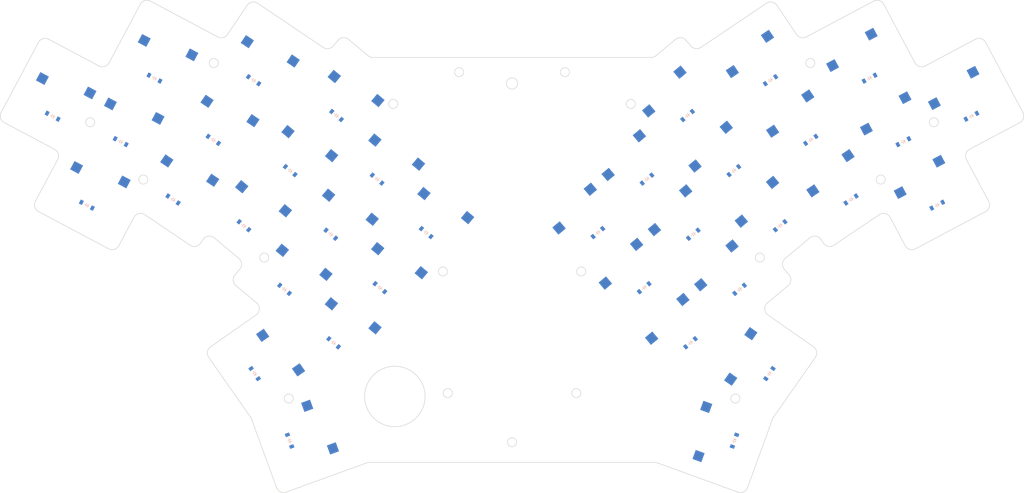
<source format=kicad_pcb>

            
(kicad_pcb (version 20171130) (host pcbnew 5.1.6)

  (page A3)
  (title_block
    (title birdiebottomboy)
    (rev v1.0.0)
    (company Unknown)
  )

  (general
    (thickness 1.6)
  )

  (layers
    (0 F.Cu signal)
    (31 B.Cu signal)
    (32 B.Adhes user)
    (33 F.Adhes user)
    (34 B.Paste user)
    (35 F.Paste user)
    (36 B.SilkS user)
    (37 F.SilkS user)
    (38 B.Mask user)
    (39 F.Mask user)
    (40 Dwgs.User user)
    (41 Cmts.User user)
    (42 Eco1.User user)
    (43 Eco2.User user)
    (44 Edge.Cuts user)
    (45 Margin user)
    (46 B.CrtYd user)
    (47 F.CrtYd user)
    (48 B.Fab user)
    (49 F.Fab user)
  )

  (setup
    (last_trace_width 0.25)
    (trace_clearance 0.2)
    (zone_clearance 0.508)
    (zone_45_only no)
    (trace_min 0.2)
    (via_size 0.8)
    (via_drill 0.4)
    (via_min_size 0.4)
    (via_min_drill 0.3)
    (uvia_size 0.3)
    (uvia_drill 0.1)
    (uvias_allowed no)
    (uvia_min_size 0.2)
    (uvia_min_drill 0.1)
    (edge_width 0.05)
    (segment_width 0.2)
    (pcb_text_width 0.3)
    (pcb_text_size 1.5 1.5)
    (mod_edge_width 0.12)
    (mod_text_size 1 1)
    (mod_text_width 0.15)
    (pad_size 1.524 1.524)
    (pad_drill 0.762)
    (pad_to_mask_clearance 0.05)
    (aux_axis_origin 0 0)
    (visible_elements FFFFFF7F)
    (pcbplotparams
      (layerselection 0x010fc_ffffffff)
      (usegerberextensions false)
      (usegerberattributes true)
      (usegerberadvancedattributes true)
      (creategerberjobfile true)
      (excludeedgelayer true)
      (linewidth 0.100000)
      (plotframeref false)
      (viasonmask false)
      (mode 1)
      (useauxorigin false)
      (hpglpennumber 1)
      (hpglpenspeed 20)
      (hpglpendiameter 15.000000)
      (psnegative false)
      (psa4output false)
      (plotreference true)
      (plotvalue true)
      (plotinvisibletext false)
      (padsonsilk false)
      (subtractmaskfromsilk false)
      (outputformat 1)
      (mirror false)
      (drillshape 1)
      (scaleselection 1)
      (outputdirectory ""))
  )

            (net 0 "")
(net 1 "pinkyin_bottom")
(net 2 "P14")
(net 3 "P6")
(net 4 "pinkyin_home")
(net 5 "P19")
(net 6 "pinkyin_top")
(net 7 "P2")
(net 8 "ring_bottom")
(net 9 "P15")
(net 10 "ring_home")
(net 11 "ring_top")
(net 12 "middle_bottom")
(net 13 "P18")
(net 14 "middle_home")
(net 15 "middle_top")
(net 16 "index_bottom")
(net 17 "P20")
(net 18 "index_home")
(net 19 "index_top")
(net 20 "inner_bottom")
(net 21 "P21")
(net 22 "inner_home")
(net 23 "inner_top")
(net 24 "near_only")
(net 25 "P16")
(net 26 "far_only")
(net 27 "pinkyout_pinkyhome")
(net 28 "P10")
(net 29 "mirror_pinkyin_bottom")
(net 30 "P8")
(net 31 "mirror_pinkyin_home")
(net 32 "mirror_pinkyin_top")
(net 33 "mirror_ring_bottom")
(net 34 "P7")
(net 35 "mirror_ring_home")
(net 36 "mirror_ring_top")
(net 37 "mirror_middle_bottom")
(net 38 "P5")
(net 39 "mirror_middle_home")
(net 40 "mirror_middle_top")
(net 41 "mirror_index_bottom")
(net 42 "P4")
(net 43 "mirror_index_home")
(net 44 "mirror_index_top")
(net 45 "mirror_inner_bottom")
(net 46 "P3")
(net 47 "mirror_inner_home")
(net 48 "mirror_inner_top")
(net 49 "mirror_near_only")
(net 50 "mirror_far_only")
(net 51 "mirror_pinkyout_pinkyhome")
(net 52 "P9")
            
  (net_class Default "This is the default net class."
    (clearance 0.2)
    (trace_width 0.25)
    (via_dia 0.8)
    (via_drill 0.4)
    (uvia_dia 0.3)
    (uvia_drill 0.1)
    (add_net "")
(add_net "pinkyin_bottom")
(add_net "P14")
(add_net "P6")
(add_net "pinkyin_home")
(add_net "P19")
(add_net "pinkyin_top")
(add_net "P2")
(add_net "ring_bottom")
(add_net "P15")
(add_net "ring_home")
(add_net "ring_top")
(add_net "middle_bottom")
(add_net "P18")
(add_net "middle_home")
(add_net "middle_top")
(add_net "index_bottom")
(add_net "P20")
(add_net "index_home")
(add_net "index_top")
(add_net "inner_bottom")
(add_net "P21")
(add_net "inner_home")
(add_net "inner_top")
(add_net "near_only")
(add_net "P16")
(add_net "far_only")
(add_net "pinkyout_pinkyhome")
(add_net "P10")
(add_net "mirror_pinkyin_bottom")
(add_net "P8")
(add_net "mirror_pinkyin_home")
(add_net "mirror_pinkyin_top")
(add_net "mirror_ring_bottom")
(add_net "P7")
(add_net "mirror_ring_home")
(add_net "mirror_ring_top")
(add_net "mirror_middle_bottom")
(add_net "P5")
(add_net "mirror_middle_home")
(add_net "mirror_middle_top")
(add_net "mirror_index_bottom")
(add_net "P4")
(add_net "mirror_index_home")
(add_net "mirror_index_top")
(add_net "mirror_inner_bottom")
(add_net "P3")
(add_net "mirror_inner_home")
(add_net "mirror_inner_top")
(add_net "mirror_near_only")
(add_net "mirror_far_only")
(add_net "mirror_pinkyout_pinkyhome")
(add_net "P9")
  )

            
        
      (module MX (layer F.Cu) (tedit 5DD4F656)
      (at 16.8201516 8.9434333 -28)

      
      (fp_text reference "S1" (at 0 0) (layer F.SilkS) hide (effects (font (size 1.27 1.27) (thickness 0.15))))
      (fp_text value "" (at 0 0) (layer F.SilkS) hide (effects (font (size 1.27 1.27) (thickness 0.15))))

      
      (fp_line (start -7 -6) (end -7 -7) (layer Dwgs.User) (width 0.15))
      (fp_line (start -7 7) (end -6 7) (layer Dwgs.User) (width 0.15))
      (fp_line (start -6 -7) (end -7 -7) (layer Dwgs.User) (width 0.15))
      (fp_line (start -7 7) (end -7 6) (layer Dwgs.User) (width 0.15))
      (fp_line (start 7 6) (end 7 7) (layer Dwgs.User) (width 0.15))
      (fp_line (start 7 -7) (end 6 -7) (layer Dwgs.User) (width 0.15))
      (fp_line (start 6 7) (end 7 7) (layer Dwgs.User) (width 0.15))
      (fp_line (start 7 -7) (end 7 -6) (layer Dwgs.User) (width 0.15))
    
      
      (pad "" np_thru_hole circle (at 0 0) (size 3.9878 3.9878) (drill 3.9878) (layers *.Cu *.Mask))

      
      (pad "" np_thru_hole circle (at 5.08 0) (size 1.7018 1.7018) (drill 1.7018) (layers *.Cu *.Mask))
      (pad "" np_thru_hole circle (at -5.08 0) (size 1.7018 1.7018) (drill 1.7018) (layers *.Cu *.Mask))
      
        
        
        
        (pad "" np_thru_hole circle (at 2.54 -5.08) (size 3 3) (drill 3) (layers *.Cu *.Mask))
        (pad "" np_thru_hole circle (at -3.81 -2.54) (size 3 3) (drill 3) (layers *.Cu *.Mask))
        
        
        (pad 1 smd rect (at -7.085 -2.54 152) (size 2.55 2.5) (layers B.Cu B.Paste B.Mask) (net 1 "pinkyin_bottom"))
        (pad 2 smd rect (at 5.842 -5.08 152) (size 2.55 2.5) (layers B.Cu B.Paste B.Mask) (net 2 "P14"))
        )
        

  
    (module ComboDiode (layer F.Cu) (tedit 5B24D78E)


        (at 14.472793799999998 13.3581713 152)

        
        (fp_text reference "D1" (at 0 0) (layer F.SilkS) hide (effects (font (size 1.27 1.27) (thickness 0.15))))
        (fp_text value "" (at 0 0) (layer F.SilkS) hide (effects (font (size 1.27 1.27) (thickness 0.15))))
        
        (fp_line (start 0.25 0) (end 0.75 0) (layer B.SilkS) (width 0.1))
        (fp_line (start 0.25 0.4) (end -0.35 0) (layer B.SilkS) (width 0.1))
        (fp_line (start 0.25 -0.4) (end 0.25 0.4) (layer B.SilkS) (width 0.1))
        (fp_line (start -0.35 0) (end 0.25 -0.4) (layer B.SilkS) (width 0.1))
        (fp_line (start -0.35 0) (end -0.35 0.55) (layer B.SilkS) (width 0.1))
        (fp_line (start -0.35 0) (end -0.35 -0.55) (layer B.SilkS) (width 0.1))
        (fp_line (start -0.75 0) (end -0.35 0) (layer B.SilkS) (width 0.1))       


        
             
             (pad 2 smd rect (at 1.65 0 152) (size 0.9 1.2) (layers B.Cu B.Paste B.Mask) (net 1 "pinkyin_bottom"))
             (pad 1 smd rect (at -1.65 0 152) (size 0.9 1.2) (layers B.Cu B.Paste B.Mask) (net 3 "P6"))
            
        
        

    )
    

        
      (module MX (layer F.Cu) (tedit 5DD4F656)
      (at 25.7635849 -7.8767184 -28)

      
      (fp_text reference "S2" (at 0 0) (layer F.SilkS) hide (effects (font (size 1.27 1.27) (thickness 0.15))))
      (fp_text value "" (at 0 0) (layer F.SilkS) hide (effects (font (size 1.27 1.27) (thickness 0.15))))

      
      (fp_line (start -7 -6) (end -7 -7) (layer Dwgs.User) (width 0.15))
      (fp_line (start -7 7) (end -6 7) (layer Dwgs.User) (width 0.15))
      (fp_line (start -6 -7) (end -7 -7) (layer Dwgs.User) (width 0.15))
      (fp_line (start -7 7) (end -7 6) (layer Dwgs.User) (width 0.15))
      (fp_line (start 7 6) (end 7 7) (layer Dwgs.User) (width 0.15))
      (fp_line (start 7 -7) (end 6 -7) (layer Dwgs.User) (width 0.15))
      (fp_line (start 6 7) (end 7 7) (layer Dwgs.User) (width 0.15))
      (fp_line (start 7 -7) (end 7 -6) (layer Dwgs.User) (width 0.15))
    
      
      (pad "" np_thru_hole circle (at 0 0) (size 3.9878 3.9878) (drill 3.9878) (layers *.Cu *.Mask))

      
      (pad "" np_thru_hole circle (at 5.08 0) (size 1.7018 1.7018) (drill 1.7018) (layers *.Cu *.Mask))
      (pad "" np_thru_hole circle (at -5.08 0) (size 1.7018 1.7018) (drill 1.7018) (layers *.Cu *.Mask))
      
        
        
        
        (pad "" np_thru_hole circle (at 2.54 -5.08) (size 3 3) (drill 3) (layers *.Cu *.Mask))
        (pad "" np_thru_hole circle (at -3.81 -2.54) (size 3 3) (drill 3) (layers *.Cu *.Mask))
        
        
        (pad 1 smd rect (at -7.085 -2.54 152) (size 2.55 2.5) (layers B.Cu B.Paste B.Mask) (net 4 "pinkyin_home"))
        (pad 2 smd rect (at 5.842 -5.08 152) (size 2.55 2.5) (layers B.Cu B.Paste B.Mask) (net 2 "P14"))
        )
        

  
    (module ComboDiode (layer F.Cu) (tedit 5B24D78E)


        (at 23.4162271 -3.4619804 152)

        
        (fp_text reference "D2" (at 0 0) (layer F.SilkS) hide (effects (font (size 1.27 1.27) (thickness 0.15))))
        (fp_text value "" (at 0 0) (layer F.SilkS) hide (effects (font (size 1.27 1.27) (thickness 0.15))))
        
        (fp_line (start 0.25 0) (end 0.75 0) (layer B.SilkS) (width 0.1))
        (fp_line (start 0.25 0.4) (end -0.35 0) (layer B.SilkS) (width 0.1))
        (fp_line (start 0.25 -0.4) (end 0.25 0.4) (layer B.SilkS) (width 0.1))
        (fp_line (start -0.35 0) (end 0.25 -0.4) (layer B.SilkS) (width 0.1))
        (fp_line (start -0.35 0) (end -0.35 0.55) (layer B.SilkS) (width 0.1))
        (fp_line (start -0.35 0) (end -0.35 -0.55) (layer B.SilkS) (width 0.1))
        (fp_line (start -0.75 0) (end -0.35 0) (layer B.SilkS) (width 0.1))       


        
             
             (pad 2 smd rect (at 1.65 0 152) (size 0.9 1.2) (layers B.Cu B.Paste B.Mask) (net 4 "pinkyin_home"))
             (pad 1 smd rect (at -1.65 0 152) (size 0.9 1.2) (layers B.Cu B.Paste B.Mask) (net 5 "P19"))
            
        
        

    )
    

        
      (module MX (layer F.Cu) (tedit 5DD4F656)
      (at 34.7070182 -24.69687 -28)

      
      (fp_text reference "S3" (at 0 0) (layer F.SilkS) hide (effects (font (size 1.27 1.27) (thickness 0.15))))
      (fp_text value "" (at 0 0) (layer F.SilkS) hide (effects (font (size 1.27 1.27) (thickness 0.15))))

      
      (fp_line (start -7 -6) (end -7 -7) (layer Dwgs.User) (width 0.15))
      (fp_line (start -7 7) (end -6 7) (layer Dwgs.User) (width 0.15))
      (fp_line (start -6 -7) (end -7 -7) (layer Dwgs.User) (width 0.15))
      (fp_line (start -7 7) (end -7 6) (layer Dwgs.User) (width 0.15))
      (fp_line (start 7 6) (end 7 7) (layer Dwgs.User) (width 0.15))
      (fp_line (start 7 -7) (end 6 -7) (layer Dwgs.User) (width 0.15))
      (fp_line (start 6 7) (end 7 7) (layer Dwgs.User) (width 0.15))
      (fp_line (start 7 -7) (end 7 -6) (layer Dwgs.User) (width 0.15))
    
      
      (pad "" np_thru_hole circle (at 0 0) (size 3.9878 3.9878) (drill 3.9878) (layers *.Cu *.Mask))

      
      (pad "" np_thru_hole circle (at 5.08 0) (size 1.7018 1.7018) (drill 1.7018) (layers *.Cu *.Mask))
      (pad "" np_thru_hole circle (at -5.08 0) (size 1.7018 1.7018) (drill 1.7018) (layers *.Cu *.Mask))
      
        
        
        
        (pad "" np_thru_hole circle (at 2.54 -5.08) (size 3 3) (drill 3) (layers *.Cu *.Mask))
        (pad "" np_thru_hole circle (at -3.81 -2.54) (size 3 3) (drill 3) (layers *.Cu *.Mask))
        
        
        (pad 1 smd rect (at -7.085 -2.54 152) (size 2.55 2.5) (layers B.Cu B.Paste B.Mask) (net 6 "pinkyin_top"))
        (pad 2 smd rect (at 5.842 -5.08 152) (size 2.55 2.5) (layers B.Cu B.Paste B.Mask) (net 2 "P14"))
        )
        

  
    (module ComboDiode (layer F.Cu) (tedit 5B24D78E)


        (at 32.3596604 -20.282132 152)

        
        (fp_text reference "D3" (at 0 0) (layer F.SilkS) hide (effects (font (size 1.27 1.27) (thickness 0.15))))
        (fp_text value "" (at 0 0) (layer F.SilkS) hide (effects (font (size 1.27 1.27) (thickness 0.15))))
        
        (fp_line (start 0.25 0) (end 0.75 0) (layer B.SilkS) (width 0.1))
        (fp_line (start 0.25 0.4) (end -0.35 0) (layer B.SilkS) (width 0.1))
        (fp_line (start 0.25 -0.4) (end 0.25 0.4) (layer B.SilkS) (width 0.1))
        (fp_line (start -0.35 0) (end 0.25 -0.4) (layer B.SilkS) (width 0.1))
        (fp_line (start -0.35 0) (end -0.35 0.55) (layer B.SilkS) (width 0.1))
        (fp_line (start -0.35 0) (end -0.35 -0.55) (layer B.SilkS) (width 0.1))
        (fp_line (start -0.75 0) (end -0.35 0) (layer B.SilkS) (width 0.1))       


        
             
             (pad 2 smd rect (at 1.65 0 152) (size 0.9 1.2) (layers B.Cu B.Paste B.Mask) (net 6 "pinkyin_top"))
             (pad 1 smd rect (at -1.65 0 152) (size 0.9 1.2) (layers B.Cu B.Paste B.Mask) (net 7 "P2"))
            
        
        

    )
    

        
      (module MX (layer F.Cu) (tedit 5DD4F656)
      (at 40.0686149 7.7140198 -34)

      
      (fp_text reference "S4" (at 0 0) (layer F.SilkS) hide (effects (font (size 1.27 1.27) (thickness 0.15))))
      (fp_text value "" (at 0 0) (layer F.SilkS) hide (effects (font (size 1.27 1.27) (thickness 0.15))))

      
      (fp_line (start -7 -6) (end -7 -7) (layer Dwgs.User) (width 0.15))
      (fp_line (start -7 7) (end -6 7) (layer Dwgs.User) (width 0.15))
      (fp_line (start -6 -7) (end -7 -7) (layer Dwgs.User) (width 0.15))
      (fp_line (start -7 7) (end -7 6) (layer Dwgs.User) (width 0.15))
      (fp_line (start 7 6) (end 7 7) (layer Dwgs.User) (width 0.15))
      (fp_line (start 7 -7) (end 6 -7) (layer Dwgs.User) (width 0.15))
      (fp_line (start 6 7) (end 7 7) (layer Dwgs.User) (width 0.15))
      (fp_line (start 7 -7) (end 7 -6) (layer Dwgs.User) (width 0.15))
    
      
      (pad "" np_thru_hole circle (at 0 0) (size 3.9878 3.9878) (drill 3.9878) (layers *.Cu *.Mask))

      
      (pad "" np_thru_hole circle (at 5.08 0) (size 1.7018 1.7018) (drill 1.7018) (layers *.Cu *.Mask))
      (pad "" np_thru_hole circle (at -5.08 0) (size 1.7018 1.7018) (drill 1.7018) (layers *.Cu *.Mask))
      
        
        
        
        (pad "" np_thru_hole circle (at 2.54 -5.08) (size 3 3) (drill 3) (layers *.Cu *.Mask))
        (pad "" np_thru_hole circle (at -3.81 -2.54) (size 3 3) (drill 3) (layers *.Cu *.Mask))
        
        
        (pad 1 smd rect (at -7.085 -2.54 146) (size 2.55 2.5) (layers B.Cu B.Paste B.Mask) (net 8 "ring_bottom"))
        (pad 2 smd rect (at 5.842 -5.08 146) (size 2.55 2.5) (layers B.Cu B.Paste B.Mask) (net 9 "P15"))
        )
        

  
    (module ComboDiode (layer F.Cu) (tedit 5B24D78E)


        (at 37.2726504 11.859207699999999 146)

        
        (fp_text reference "D4" (at 0 0) (layer F.SilkS) hide (effects (font (size 1.27 1.27) (thickness 0.15))))
        (fp_text value "" (at 0 0) (layer F.SilkS) hide (effects (font (size 1.27 1.27) (thickness 0.15))))
        
        (fp_line (start 0.25 0) (end 0.75 0) (layer B.SilkS) (width 0.1))
        (fp_line (start 0.25 0.4) (end -0.35 0) (layer B.SilkS) (width 0.1))
        (fp_line (start 0.25 -0.4) (end 0.25 0.4) (layer B.SilkS) (width 0.1))
        (fp_line (start -0.35 0) (end 0.25 -0.4) (layer B.SilkS) (width 0.1))
        (fp_line (start -0.35 0) (end -0.35 0.55) (layer B.SilkS) (width 0.1))
        (fp_line (start -0.35 0) (end -0.35 -0.55) (layer B.SilkS) (width 0.1))
        (fp_line (start -0.75 0) (end -0.35 0) (layer B.SilkS) (width 0.1))       


        
             
             (pad 2 smd rect (at 1.65 0 146) (size 0.9 1.2) (layers B.Cu B.Paste B.Mask) (net 8 "ring_bottom"))
             (pad 1 smd rect (at -1.65 0 146) (size 0.9 1.2) (layers B.Cu B.Paste B.Mask) (net 3 "P6"))
            
        
        

    )
    

        
      (module MX (layer F.Cu) (tedit 5DD4F656)
      (at 50.7212397 -8.0791459 -34)

      
      (fp_text reference "S5" (at 0 0) (layer F.SilkS) hide (effects (font (size 1.27 1.27) (thickness 0.15))))
      (fp_text value "" (at 0 0) (layer F.SilkS) hide (effects (font (size 1.27 1.27) (thickness 0.15))))

      
      (fp_line (start -7 -6) (end -7 -7) (layer Dwgs.User) (width 0.15))
      (fp_line (start -7 7) (end -6 7) (layer Dwgs.User) (width 0.15))
      (fp_line (start -6 -7) (end -7 -7) (layer Dwgs.User) (width 0.15))
      (fp_line (start -7 7) (end -7 6) (layer Dwgs.User) (width 0.15))
      (fp_line (start 7 6) (end 7 7) (layer Dwgs.User) (width 0.15))
      (fp_line (start 7 -7) (end 6 -7) (layer Dwgs.User) (width 0.15))
      (fp_line (start 6 7) (end 7 7) (layer Dwgs.User) (width 0.15))
      (fp_line (start 7 -7) (end 7 -6) (layer Dwgs.User) (width 0.15))
    
      
      (pad "" np_thru_hole circle (at 0 0) (size 3.9878 3.9878) (drill 3.9878) (layers *.Cu *.Mask))

      
      (pad "" np_thru_hole circle (at 5.08 0) (size 1.7018 1.7018) (drill 1.7018) (layers *.Cu *.Mask))
      (pad "" np_thru_hole circle (at -5.08 0) (size 1.7018 1.7018) (drill 1.7018) (layers *.Cu *.Mask))
      
        
        
        
        (pad "" np_thru_hole circle (at 2.54 -5.08) (size 3 3) (drill 3) (layers *.Cu *.Mask))
        (pad "" np_thru_hole circle (at -3.81 -2.54) (size 3 3) (drill 3) (layers *.Cu *.Mask))
        
        
        (pad 1 smd rect (at -7.085 -2.54 146) (size 2.55 2.5) (layers B.Cu B.Paste B.Mask) (net 10 "ring_home"))
        (pad 2 smd rect (at 5.842 -5.08 146) (size 2.55 2.5) (layers B.Cu B.Paste B.Mask) (net 9 "P15"))
        )
        

  
    (module ComboDiode (layer F.Cu) (tedit 5B24D78E)


        (at 47.9252752 -3.9339580000000005 146)

        
        (fp_text reference "D5" (at 0 0) (layer F.SilkS) hide (effects (font (size 1.27 1.27) (thickness 0.15))))
        (fp_text value "" (at 0 0) (layer F.SilkS) hide (effects (font (size 1.27 1.27) (thickness 0.15))))
        
        (fp_line (start 0.25 0) (end 0.75 0) (layer B.SilkS) (width 0.1))
        (fp_line (start 0.25 0.4) (end -0.35 0) (layer B.SilkS) (width 0.1))
        (fp_line (start 0.25 -0.4) (end 0.25 0.4) (layer B.SilkS) (width 0.1))
        (fp_line (start -0.35 0) (end 0.25 -0.4) (layer B.SilkS) (width 0.1))
        (fp_line (start -0.35 0) (end -0.35 0.55) (layer B.SilkS) (width 0.1))
        (fp_line (start -0.35 0) (end -0.35 -0.55) (layer B.SilkS) (width 0.1))
        (fp_line (start -0.75 0) (end -0.35 0) (layer B.SilkS) (width 0.1))       


        
             
             (pad 2 smd rect (at 1.65 0 146) (size 0.9 1.2) (layers B.Cu B.Paste B.Mask) (net 10 "ring_home"))
             (pad 1 smd rect (at -1.65 0 146) (size 0.9 1.2) (layers B.Cu B.Paste B.Mask) (net 5 "P19"))
            
        
        

    )
    

        
      (module MX (layer F.Cu) (tedit 5DD4F656)
      (at 61.3738645 -23.8723116 -34)

      
      (fp_text reference "S6" (at 0 0) (layer F.SilkS) hide (effects (font (size 1.27 1.27) (thickness 0.15))))
      (fp_text value "" (at 0 0) (layer F.SilkS) hide (effects (font (size 1.27 1.27) (thickness 0.15))))

      
      (fp_line (start -7 -6) (end -7 -7) (layer Dwgs.User) (width 0.15))
      (fp_line (start -7 7) (end -6 7) (layer Dwgs.User) (width 0.15))
      (fp_line (start -6 -7) (end -7 -7) (layer Dwgs.User) (width 0.15))
      (fp_line (start -7 7) (end -7 6) (layer Dwgs.User) (width 0.15))
      (fp_line (start 7 6) (end 7 7) (layer Dwgs.User) (width 0.15))
      (fp_line (start 7 -7) (end 6 -7) (layer Dwgs.User) (width 0.15))
      (fp_line (start 6 7) (end 7 7) (layer Dwgs.User) (width 0.15))
      (fp_line (start 7 -7) (end 7 -6) (layer Dwgs.User) (width 0.15))
    
      
      (pad "" np_thru_hole circle (at 0 0) (size 3.9878 3.9878) (drill 3.9878) (layers *.Cu *.Mask))

      
      (pad "" np_thru_hole circle (at 5.08 0) (size 1.7018 1.7018) (drill 1.7018) (layers *.Cu *.Mask))
      (pad "" np_thru_hole circle (at -5.08 0) (size 1.7018 1.7018) (drill 1.7018) (layers *.Cu *.Mask))
      
        
        
        
        (pad "" np_thru_hole circle (at 2.54 -5.08) (size 3 3) (drill 3) (layers *.Cu *.Mask))
        (pad "" np_thru_hole circle (at -3.81 -2.54) (size 3 3) (drill 3) (layers *.Cu *.Mask))
        
        
        (pad 1 smd rect (at -7.085 -2.54 146) (size 2.55 2.5) (layers B.Cu B.Paste B.Mask) (net 11 "ring_top"))
        (pad 2 smd rect (at 5.842 -5.08 146) (size 2.55 2.5) (layers B.Cu B.Paste B.Mask) (net 9 "P15"))
        )
        

  
    (module ComboDiode (layer F.Cu) (tedit 5B24D78E)


        (at 58.5779 -19.7271237 146)

        
        (fp_text reference "D6" (at 0 0) (layer F.SilkS) hide (effects (font (size 1.27 1.27) (thickness 0.15))))
        (fp_text value "" (at 0 0) (layer F.SilkS) hide (effects (font (size 1.27 1.27) (thickness 0.15))))
        
        (fp_line (start 0.25 0) (end 0.75 0) (layer B.SilkS) (width 0.1))
        (fp_line (start 0.25 0.4) (end -0.35 0) (layer B.SilkS) (width 0.1))
        (fp_line (start 0.25 -0.4) (end 0.25 0.4) (layer B.SilkS) (width 0.1))
        (fp_line (start -0.35 0) (end 0.25 -0.4) (layer B.SilkS) (width 0.1))
        (fp_line (start -0.35 0) (end -0.35 0.55) (layer B.SilkS) (width 0.1))
        (fp_line (start -0.35 0) (end -0.35 -0.55) (layer B.SilkS) (width 0.1))
        (fp_line (start -0.75 0) (end -0.35 0) (layer B.SilkS) (width 0.1))       


        
             
             (pad 2 smd rect (at 1.65 0 146) (size 0.9 1.2) (layers B.Cu B.Paste B.Mask) (net 11 "ring_top"))
             (pad 1 smd rect (at -1.65 0 146) (size 0.9 1.2) (layers B.Cu B.Paste B.Mask) (net 7 "P2"))
            
        
        

    )
    

        
      (module MX (layer F.Cu) (tedit 5DD4F656)
      (at 59.2361211 14.9734416 -40)

      
      (fp_text reference "S7" (at 0 0) (layer F.SilkS) hide (effects (font (size 1.27 1.27) (thickness 0.15))))
      (fp_text value "" (at 0 0) (layer F.SilkS) hide (effects (font (size 1.27 1.27) (thickness 0.15))))

      
      (fp_line (start -7 -6) (end -7 -7) (layer Dwgs.User) (width 0.15))
      (fp_line (start -7 7) (end -6 7) (layer Dwgs.User) (width 0.15))
      (fp_line (start -6 -7) (end -7 -7) (layer Dwgs.User) (width 0.15))
      (fp_line (start -7 7) (end -7 6) (layer Dwgs.User) (width 0.15))
      (fp_line (start 7 6) (end 7 7) (layer Dwgs.User) (width 0.15))
      (fp_line (start 7 -7) (end 6 -7) (layer Dwgs.User) (width 0.15))
      (fp_line (start 6 7) (end 7 7) (layer Dwgs.User) (width 0.15))
      (fp_line (start 7 -7) (end 7 -6) (layer Dwgs.User) (width 0.15))
    
      
      (pad "" np_thru_hole circle (at 0 0) (size 3.9878 3.9878) (drill 3.9878) (layers *.Cu *.Mask))

      
      (pad "" np_thru_hole circle (at 5.08 0) (size 1.7018 1.7018) (drill 1.7018) (layers *.Cu *.Mask))
      (pad "" np_thru_hole circle (at -5.08 0) (size 1.7018 1.7018) (drill 1.7018) (layers *.Cu *.Mask))
      
        
        
        
        (pad "" np_thru_hole circle (at 2.54 -5.08) (size 3 3) (drill 3) (layers *.Cu *.Mask))
        (pad "" np_thru_hole circle (at -3.81 -2.54) (size 3 3) (drill 3) (layers *.Cu *.Mask))
        
        
        (pad 1 smd rect (at -7.085 -2.54 140) (size 2.55 2.5) (layers B.Cu B.Paste B.Mask) (net 12 "middle_bottom"))
        (pad 2 smd rect (at 5.842 -5.08 140) (size 2.55 2.5) (layers B.Cu B.Paste B.Mask) (net 13 "P18"))
        )
        

  
    (module ComboDiode (layer F.Cu) (tedit 5B24D78E)


        (at 56.0221831 18.8036638 140)

        
        (fp_text reference "D7" (at 0 0) (layer F.SilkS) hide (effects (font (size 1.27 1.27) (thickness 0.15))))
        (fp_text value "" (at 0 0) (layer F.SilkS) hide (effects (font (size 1.27 1.27) (thickness 0.15))))
        
        (fp_line (start 0.25 0) (end 0.75 0) (layer B.SilkS) (width 0.1))
        (fp_line (start 0.25 0.4) (end -0.35 0) (layer B.SilkS) (width 0.1))
        (fp_line (start 0.25 -0.4) (end 0.25 0.4) (layer B.SilkS) (width 0.1))
        (fp_line (start -0.35 0) (end 0.25 -0.4) (layer B.SilkS) (width 0.1))
        (fp_line (start -0.35 0) (end -0.35 0.55) (layer B.SilkS) (width 0.1))
        (fp_line (start -0.35 0) (end -0.35 -0.55) (layer B.SilkS) (width 0.1))
        (fp_line (start -0.75 0) (end -0.35 0) (layer B.SilkS) (width 0.1))       


        
             
             (pad 2 smd rect (at 1.65 0 140) (size 0.9 1.2) (layers B.Cu B.Paste B.Mask) (net 12 "middle_bottom"))
             (pad 1 smd rect (at -1.65 0 140) (size 0.9 1.2) (layers B.Cu B.Paste B.Mask) (net 3 "P6"))
            
        
        

    )
    

        
      (module MX (layer F.Cu) (tedit 5DD4F656)
      (at 71.4812251 0.380295 -40)

      
      (fp_text reference "S8" (at 0 0) (layer F.SilkS) hide (effects (font (size 1.27 1.27) (thickness 0.15))))
      (fp_text value "" (at 0 0) (layer F.SilkS) hide (effects (font (size 1.27 1.27) (thickness 0.15))))

      
      (fp_line (start -7 -6) (end -7 -7) (layer Dwgs.User) (width 0.15))
      (fp_line (start -7 7) (end -6 7) (layer Dwgs.User) (width 0.15))
      (fp_line (start -6 -7) (end -7 -7) (layer Dwgs.User) (width 0.15))
      (fp_line (start -7 7) (end -7 6) (layer Dwgs.User) (width 0.15))
      (fp_line (start 7 6) (end 7 7) (layer Dwgs.User) (width 0.15))
      (fp_line (start 7 -7) (end 6 -7) (layer Dwgs.User) (width 0.15))
      (fp_line (start 6 7) (end 7 7) (layer Dwgs.User) (width 0.15))
      (fp_line (start 7 -7) (end 7 -6) (layer Dwgs.User) (width 0.15))
    
      
      (pad "" np_thru_hole circle (at 0 0) (size 3.9878 3.9878) (drill 3.9878) (layers *.Cu *.Mask))

      
      (pad "" np_thru_hole circle (at 5.08 0) (size 1.7018 1.7018) (drill 1.7018) (layers *.Cu *.Mask))
      (pad "" np_thru_hole circle (at -5.08 0) (size 1.7018 1.7018) (drill 1.7018) (layers *.Cu *.Mask))
      
        
        
        
        (pad "" np_thru_hole circle (at 2.54 -5.08) (size 3 3) (drill 3) (layers *.Cu *.Mask))
        (pad "" np_thru_hole circle (at -3.81 -2.54) (size 3 3) (drill 3) (layers *.Cu *.Mask))
        
        
        (pad 1 smd rect (at -7.085 -2.54 140) (size 2.55 2.5) (layers B.Cu B.Paste B.Mask) (net 14 "middle_home"))
        (pad 2 smd rect (at 5.842 -5.08 140) (size 2.55 2.5) (layers B.Cu B.Paste B.Mask) (net 13 "P18"))
        )
        

  
    (module ComboDiode (layer F.Cu) (tedit 5B24D78E)


        (at 68.2672871 4.2105172 140)

        
        (fp_text reference "D8" (at 0 0) (layer F.SilkS) hide (effects (font (size 1.27 1.27) (thickness 0.15))))
        (fp_text value "" (at 0 0) (layer F.SilkS) hide (effects (font (size 1.27 1.27) (thickness 0.15))))
        
        (fp_line (start 0.25 0) (end 0.75 0) (layer B.SilkS) (width 0.1))
        (fp_line (start 0.25 0.4) (end -0.35 0) (layer B.SilkS) (width 0.1))
        (fp_line (start 0.25 -0.4) (end 0.25 0.4) (layer B.SilkS) (width 0.1))
        (fp_line (start -0.35 0) (end 0.25 -0.4) (layer B.SilkS) (width 0.1))
        (fp_line (start -0.35 0) (end -0.35 0.55) (layer B.SilkS) (width 0.1))
        (fp_line (start -0.35 0) (end -0.35 -0.55) (layer B.SilkS) (width 0.1))
        (fp_line (start -0.75 0) (end -0.35 0) (layer B.SilkS) (width 0.1))       


        
             
             (pad 2 smd rect (at 1.65 0 140) (size 0.9 1.2) (layers B.Cu B.Paste B.Mask) (net 14 "middle_home"))
             (pad 1 smd rect (at -1.65 0 140) (size 0.9 1.2) (layers B.Cu B.Paste B.Mask) (net 5 "P19"))
            
        
        

    )
    

        
      (module MX (layer F.Cu) (tedit 5DD4F656)
      (at 83.726329 -14.2128517 -40)

      
      (fp_text reference "S9" (at 0 0) (layer F.SilkS) hide (effects (font (size 1.27 1.27) (thickness 0.15))))
      (fp_text value "" (at 0 0) (layer F.SilkS) hide (effects (font (size 1.27 1.27) (thickness 0.15))))

      
      (fp_line (start -7 -6) (end -7 -7) (layer Dwgs.User) (width 0.15))
      (fp_line (start -7 7) (end -6 7) (layer Dwgs.User) (width 0.15))
      (fp_line (start -6 -7) (end -7 -7) (layer Dwgs.User) (width 0.15))
      (fp_line (start -7 7) (end -7 6) (layer Dwgs.User) (width 0.15))
      (fp_line (start 7 6) (end 7 7) (layer Dwgs.User) (width 0.15))
      (fp_line (start 7 -7) (end 6 -7) (layer Dwgs.User) (width 0.15))
      (fp_line (start 6 7) (end 7 7) (layer Dwgs.User) (width 0.15))
      (fp_line (start 7 -7) (end 7 -6) (layer Dwgs.User) (width 0.15))
    
      
      (pad "" np_thru_hole circle (at 0 0) (size 3.9878 3.9878) (drill 3.9878) (layers *.Cu *.Mask))

      
      (pad "" np_thru_hole circle (at 5.08 0) (size 1.7018 1.7018) (drill 1.7018) (layers *.Cu *.Mask))
      (pad "" np_thru_hole circle (at -5.08 0) (size 1.7018 1.7018) (drill 1.7018) (layers *.Cu *.Mask))
      
        
        
        
        (pad "" np_thru_hole circle (at 2.54 -5.08) (size 3 3) (drill 3) (layers *.Cu *.Mask))
        (pad "" np_thru_hole circle (at -3.81 -2.54) (size 3 3) (drill 3) (layers *.Cu *.Mask))
        
        
        (pad 1 smd rect (at -7.085 -2.54 140) (size 2.55 2.5) (layers B.Cu B.Paste B.Mask) (net 15 "middle_top"))
        (pad 2 smd rect (at 5.842 -5.08 140) (size 2.55 2.5) (layers B.Cu B.Paste B.Mask) (net 13 "P18"))
        )
        

  
    (module ComboDiode (layer F.Cu) (tedit 5B24D78E)


        (at 80.51239100000001 -10.3826295 140)

        
        (fp_text reference "D9" (at 0 0) (layer F.SilkS) hide (effects (font (size 1.27 1.27) (thickness 0.15))))
        (fp_text value "" (at 0 0) (layer F.SilkS) hide (effects (font (size 1.27 1.27) (thickness 0.15))))
        
        (fp_line (start 0.25 0) (end 0.75 0) (layer B.SilkS) (width 0.1))
        (fp_line (start 0.25 0.4) (end -0.35 0) (layer B.SilkS) (width 0.1))
        (fp_line (start 0.25 -0.4) (end 0.25 0.4) (layer B.SilkS) (width 0.1))
        (fp_line (start -0.35 0) (end 0.25 -0.4) (layer B.SilkS) (width 0.1))
        (fp_line (start -0.35 0) (end -0.35 0.55) (layer B.SilkS) (width 0.1))
        (fp_line (start -0.35 0) (end -0.35 -0.55) (layer B.SilkS) (width 0.1))
        (fp_line (start -0.75 0) (end -0.35 0) (layer B.SilkS) (width 0.1))       


        
             
             (pad 2 smd rect (at 1.65 0 140) (size 0.9 1.2) (layers B.Cu B.Paste B.Mask) (net 15 "middle_top"))
             (pad 1 smd rect (at -1.65 0 140) (size 0.9 1.2) (layers B.Cu B.Paste B.Mask) (net 7 "P2"))
            
        
        

    )
    

        
      (module MX (layer F.Cu) (tedit 5DD4F656)
      (at 69.9725421 31.8148122 -40)

      
      (fp_text reference "S10" (at 0 0) (layer F.SilkS) hide (effects (font (size 1.27 1.27) (thickness 0.15))))
      (fp_text value "" (at 0 0) (layer F.SilkS) hide (effects (font (size 1.27 1.27) (thickness 0.15))))

      
      (fp_line (start -7 -6) (end -7 -7) (layer Dwgs.User) (width 0.15))
      (fp_line (start -7 7) (end -6 7) (layer Dwgs.User) (width 0.15))
      (fp_line (start -6 -7) (end -7 -7) (layer Dwgs.User) (width 0.15))
      (fp_line (start -7 7) (end -7 6) (layer Dwgs.User) (width 0.15))
      (fp_line (start 7 6) (end 7 7) (layer Dwgs.User) (width 0.15))
      (fp_line (start 7 -7) (end 6 -7) (layer Dwgs.User) (width 0.15))
      (fp_line (start 6 7) (end 7 7) (layer Dwgs.User) (width 0.15))
      (fp_line (start 7 -7) (end 7 -6) (layer Dwgs.User) (width 0.15))
    
      
      (pad "" np_thru_hole circle (at 0 0) (size 3.9878 3.9878) (drill 3.9878) (layers *.Cu *.Mask))

      
      (pad "" np_thru_hole circle (at 5.08 0) (size 1.7018 1.7018) (drill 1.7018) (layers *.Cu *.Mask))
      (pad "" np_thru_hole circle (at -5.08 0) (size 1.7018 1.7018) (drill 1.7018) (layers *.Cu *.Mask))
      
        
        
        
        (pad "" np_thru_hole circle (at 2.54 -5.08) (size 3 3) (drill 3) (layers *.Cu *.Mask))
        (pad "" np_thru_hole circle (at -3.81 -2.54) (size 3 3) (drill 3) (layers *.Cu *.Mask))
        
        
        (pad 1 smd rect (at -7.085 -2.54 140) (size 2.55 2.5) (layers B.Cu B.Paste B.Mask) (net 16 "index_bottom"))
        (pad 2 smd rect (at 5.842 -5.08 140) (size 2.55 2.5) (layers B.Cu B.Paste B.Mask) (net 17 "P20"))
        )
        

  
    (module ComboDiode (layer F.Cu) (tedit 5B24D78E)


        (at 66.7586041 35.6450344 140)

        
        (fp_text reference "D10" (at 0 0) (layer F.SilkS) hide (effects (font (size 1.27 1.27) (thickness 0.15))))
        (fp_text value "" (at 0 0) (layer F.SilkS) hide (effects (font (size 1.27 1.27) (thickness 0.15))))
        
        (fp_line (start 0.25 0) (end 0.75 0) (layer B.SilkS) (width 0.1))
        (fp_line (start 0.25 0.4) (end -0.35 0) (layer B.SilkS) (width 0.1))
        (fp_line (start 0.25 -0.4) (end 0.25 0.4) (layer B.SilkS) (width 0.1))
        (fp_line (start -0.35 0) (end 0.25 -0.4) (layer B.SilkS) (width 0.1))
        (fp_line (start -0.35 0) (end -0.35 0.55) (layer B.SilkS) (width 0.1))
        (fp_line (start -0.35 0) (end -0.35 -0.55) (layer B.SilkS) (width 0.1))
        (fp_line (start -0.75 0) (end -0.35 0) (layer B.SilkS) (width 0.1))       


        
             
             (pad 2 smd rect (at 1.65 0 140) (size 0.9 1.2) (layers B.Cu B.Paste B.Mask) (net 16 "index_bottom"))
             (pad 1 smd rect (at -1.65 0 140) (size 0.9 1.2) (layers B.Cu B.Paste B.Mask) (net 3 "P6"))
            
        
        

    )
    

        
      (module MX (layer F.Cu) (tedit 5DD4F656)
      (at 82.217646 17.2216656 -40)

      
      (fp_text reference "S11" (at 0 0) (layer F.SilkS) hide (effects (font (size 1.27 1.27) (thickness 0.15))))
      (fp_text value "" (at 0 0) (layer F.SilkS) hide (effects (font (size 1.27 1.27) (thickness 0.15))))

      
      (fp_line (start -7 -6) (end -7 -7) (layer Dwgs.User) (width 0.15))
      (fp_line (start -7 7) (end -6 7) (layer Dwgs.User) (width 0.15))
      (fp_line (start -6 -7) (end -7 -7) (layer Dwgs.User) (width 0.15))
      (fp_line (start -7 7) (end -7 6) (layer Dwgs.User) (width 0.15))
      (fp_line (start 7 6) (end 7 7) (layer Dwgs.User) (width 0.15))
      (fp_line (start 7 -7) (end 6 -7) (layer Dwgs.User) (width 0.15))
      (fp_line (start 6 7) (end 7 7) (layer Dwgs.User) (width 0.15))
      (fp_line (start 7 -7) (end 7 -6) (layer Dwgs.User) (width 0.15))
    
      
      (pad "" np_thru_hole circle (at 0 0) (size 3.9878 3.9878) (drill 3.9878) (layers *.Cu *.Mask))

      
      (pad "" np_thru_hole circle (at 5.08 0) (size 1.7018 1.7018) (drill 1.7018) (layers *.Cu *.Mask))
      (pad "" np_thru_hole circle (at -5.08 0) (size 1.7018 1.7018) (drill 1.7018) (layers *.Cu *.Mask))
      
        
        
        
        (pad "" np_thru_hole circle (at 2.54 -5.08) (size 3 3) (drill 3) (layers *.Cu *.Mask))
        (pad "" np_thru_hole circle (at -3.81 -2.54) (size 3 3) (drill 3) (layers *.Cu *.Mask))
        
        
        (pad 1 smd rect (at -7.085 -2.54 140) (size 2.55 2.5) (layers B.Cu B.Paste B.Mask) (net 18 "index_home"))
        (pad 2 smd rect (at 5.842 -5.08 140) (size 2.55 2.5) (layers B.Cu B.Paste B.Mask) (net 17 "P20"))
        )
        

  
    (module ComboDiode (layer F.Cu) (tedit 5B24D78E)


        (at 79.003708 21.051887800000003 140)

        
        (fp_text reference "D11" (at 0 0) (layer F.SilkS) hide (effects (font (size 1.27 1.27) (thickness 0.15))))
        (fp_text value "" (at 0 0) (layer F.SilkS) hide (effects (font (size 1.27 1.27) (thickness 0.15))))
        
        (fp_line (start 0.25 0) (end 0.75 0) (layer B.SilkS) (width 0.1))
        (fp_line (start 0.25 0.4) (end -0.35 0) (layer B.SilkS) (width 0.1))
        (fp_line (start 0.25 -0.4) (end 0.25 0.4) (layer B.SilkS) (width 0.1))
        (fp_line (start -0.35 0) (end 0.25 -0.4) (layer B.SilkS) (width 0.1))
        (fp_line (start -0.35 0) (end -0.35 0.55) (layer B.SilkS) (width 0.1))
        (fp_line (start -0.35 0) (end -0.35 -0.55) (layer B.SilkS) (width 0.1))
        (fp_line (start -0.75 0) (end -0.35 0) (layer B.SilkS) (width 0.1))       


        
             
             (pad 2 smd rect (at 1.65 0 140) (size 0.9 1.2) (layers B.Cu B.Paste B.Mask) (net 18 "index_home"))
             (pad 1 smd rect (at -1.65 0 140) (size 0.9 1.2) (layers B.Cu B.Paste B.Mask) (net 5 "P19"))
            
        
        

    )
    

        
      (module MX (layer F.Cu) (tedit 5DD4F656)
      (at 94.4627501 2.628519 -40)

      
      (fp_text reference "S12" (at 0 0) (layer F.SilkS) hide (effects (font (size 1.27 1.27) (thickness 0.15))))
      (fp_text value "" (at 0 0) (layer F.SilkS) hide (effects (font (size 1.27 1.27) (thickness 0.15))))

      
      (fp_line (start -7 -6) (end -7 -7) (layer Dwgs.User) (width 0.15))
      (fp_line (start -7 7) (end -6 7) (layer Dwgs.User) (width 0.15))
      (fp_line (start -6 -7) (end -7 -7) (layer Dwgs.User) (width 0.15))
      (fp_line (start -7 7) (end -7 6) (layer Dwgs.User) (width 0.15))
      (fp_line (start 7 6) (end 7 7) (layer Dwgs.User) (width 0.15))
      (fp_line (start 7 -7) (end 6 -7) (layer Dwgs.User) (width 0.15))
      (fp_line (start 6 7) (end 7 7) (layer Dwgs.User) (width 0.15))
      (fp_line (start 7 -7) (end 7 -6) (layer Dwgs.User) (width 0.15))
    
      
      (pad "" np_thru_hole circle (at 0 0) (size 3.9878 3.9878) (drill 3.9878) (layers *.Cu *.Mask))

      
      (pad "" np_thru_hole circle (at 5.08 0) (size 1.7018 1.7018) (drill 1.7018) (layers *.Cu *.Mask))
      (pad "" np_thru_hole circle (at -5.08 0) (size 1.7018 1.7018) (drill 1.7018) (layers *.Cu *.Mask))
      
        
        
        
        (pad "" np_thru_hole circle (at 2.54 -5.08) (size 3 3) (drill 3) (layers *.Cu *.Mask))
        (pad "" np_thru_hole circle (at -3.81 -2.54) (size 3 3) (drill 3) (layers *.Cu *.Mask))
        
        
        (pad 1 smd rect (at -7.085 -2.54 140) (size 2.55 2.5) (layers B.Cu B.Paste B.Mask) (net 19 "index_top"))
        (pad 2 smd rect (at 5.842 -5.08 140) (size 2.55 2.5) (layers B.Cu B.Paste B.Mask) (net 17 "P20"))
        )
        

  
    (module ComboDiode (layer F.Cu) (tedit 5B24D78E)


        (at 91.2488121 6.4587412 140)

        
        (fp_text reference "D12" (at 0 0) (layer F.SilkS) hide (effects (font (size 1.27 1.27) (thickness 0.15))))
        (fp_text value "" (at 0 0) (layer F.SilkS) hide (effects (font (size 1.27 1.27) (thickness 0.15))))
        
        (fp_line (start 0.25 0) (end 0.75 0) (layer B.SilkS) (width 0.1))
        (fp_line (start 0.25 0.4) (end -0.35 0) (layer B.SilkS) (width 0.1))
        (fp_line (start 0.25 -0.4) (end 0.25 0.4) (layer B.SilkS) (width 0.1))
        (fp_line (start -0.35 0) (end 0.25 -0.4) (layer B.SilkS) (width 0.1))
        (fp_line (start -0.35 0) (end -0.35 0.55) (layer B.SilkS) (width 0.1))
        (fp_line (start -0.35 0) (end -0.35 -0.55) (layer B.SilkS) (width 0.1))
        (fp_line (start -0.75 0) (end -0.35 0) (layer B.SilkS) (width 0.1))       


        
             
             (pad 2 smd rect (at 1.65 0 140) (size 0.9 1.2) (layers B.Cu B.Paste B.Mask) (net 19 "index_top"))
             (pad 1 smd rect (at -1.65 0 140) (size 0.9 1.2) (layers B.Cu B.Paste B.Mask) (net 7 "P2"))
            
        
        

    )
    

        
      (module MX (layer F.Cu) (tedit 5DD4F656)
      (at 82.9587197 45.9750274 -40)

      
      (fp_text reference "S13" (at 0 0) (layer F.SilkS) hide (effects (font (size 1.27 1.27) (thickness 0.15))))
      (fp_text value "" (at 0 0) (layer F.SilkS) hide (effects (font (size 1.27 1.27) (thickness 0.15))))

      
      (fp_line (start -7 -6) (end -7 -7) (layer Dwgs.User) (width 0.15))
      (fp_line (start -7 7) (end -6 7) (layer Dwgs.User) (width 0.15))
      (fp_line (start -6 -7) (end -7 -7) (layer Dwgs.User) (width 0.15))
      (fp_line (start -7 7) (end -7 6) (layer Dwgs.User) (width 0.15))
      (fp_line (start 7 6) (end 7 7) (layer Dwgs.User) (width 0.15))
      (fp_line (start 7 -7) (end 6 -7) (layer Dwgs.User) (width 0.15))
      (fp_line (start 6 7) (end 7 7) (layer Dwgs.User) (width 0.15))
      (fp_line (start 7 -7) (end 7 -6) (layer Dwgs.User) (width 0.15))
    
      
      (pad "" np_thru_hole circle (at 0 0) (size 3.9878 3.9878) (drill 3.9878) (layers *.Cu *.Mask))

      
      (pad "" np_thru_hole circle (at 5.08 0) (size 1.7018 1.7018) (drill 1.7018) (layers *.Cu *.Mask))
      (pad "" np_thru_hole circle (at -5.08 0) (size 1.7018 1.7018) (drill 1.7018) (layers *.Cu *.Mask))
      
        
        
        
        (pad "" np_thru_hole circle (at 2.54 -5.08) (size 3 3) (drill 3) (layers *.Cu *.Mask))
        (pad "" np_thru_hole circle (at -3.81 -2.54) (size 3 3) (drill 3) (layers *.Cu *.Mask))
        
        
        (pad 1 smd rect (at -7.085 -2.54 140) (size 2.55 2.5) (layers B.Cu B.Paste B.Mask) (net 20 "inner_bottom"))
        (pad 2 smd rect (at 5.842 -5.08 140) (size 2.55 2.5) (layers B.Cu B.Paste B.Mask) (net 21 "P21"))
        )
        

  
    (module ComboDiode (layer F.Cu) (tedit 5B24D78E)


        (at 79.7447817 49.8052496 140)

        
        (fp_text reference "D13" (at 0 0) (layer F.SilkS) hide (effects (font (size 1.27 1.27) (thickness 0.15))))
        (fp_text value "" (at 0 0) (layer F.SilkS) hide (effects (font (size 1.27 1.27) (thickness 0.15))))
        
        (fp_line (start 0.25 0) (end 0.75 0) (layer B.SilkS) (width 0.1))
        (fp_line (start 0.25 0.4) (end -0.35 0) (layer B.SilkS) (width 0.1))
        (fp_line (start 0.25 -0.4) (end 0.25 0.4) (layer B.SilkS) (width 0.1))
        (fp_line (start -0.35 0) (end 0.25 -0.4) (layer B.SilkS) (width 0.1))
        (fp_line (start -0.35 0) (end -0.35 0.55) (layer B.SilkS) (width 0.1))
        (fp_line (start -0.35 0) (end -0.35 -0.55) (layer B.SilkS) (width 0.1))
        (fp_line (start -0.75 0) (end -0.35 0) (layer B.SilkS) (width 0.1))       


        
             
             (pad 2 smd rect (at 1.65 0 140) (size 0.9 1.2) (layers B.Cu B.Paste B.Mask) (net 20 "inner_bottom"))
             (pad 1 smd rect (at -1.65 0 140) (size 0.9 1.2) (layers B.Cu B.Paste B.Mask) (net 3 "P6"))
            
        
        

    )
    

        
      (module MX (layer F.Cu) (tedit 5DD4F656)
      (at 95.2038236 31.3818807 -40)

      
      (fp_text reference "S14" (at 0 0) (layer F.SilkS) hide (effects (font (size 1.27 1.27) (thickness 0.15))))
      (fp_text value "" (at 0 0) (layer F.SilkS) hide (effects (font (size 1.27 1.27) (thickness 0.15))))

      
      (fp_line (start -7 -6) (end -7 -7) (layer Dwgs.User) (width 0.15))
      (fp_line (start -7 7) (end -6 7) (layer Dwgs.User) (width 0.15))
      (fp_line (start -6 -7) (end -7 -7) (layer Dwgs.User) (width 0.15))
      (fp_line (start -7 7) (end -7 6) (layer Dwgs.User) (width 0.15))
      (fp_line (start 7 6) (end 7 7) (layer Dwgs.User) (width 0.15))
      (fp_line (start 7 -7) (end 6 -7) (layer Dwgs.User) (width 0.15))
      (fp_line (start 6 7) (end 7 7) (layer Dwgs.User) (width 0.15))
      (fp_line (start 7 -7) (end 7 -6) (layer Dwgs.User) (width 0.15))
    
      
      (pad "" np_thru_hole circle (at 0 0) (size 3.9878 3.9878) (drill 3.9878) (layers *.Cu *.Mask))

      
      (pad "" np_thru_hole circle (at 5.08 0) (size 1.7018 1.7018) (drill 1.7018) (layers *.Cu *.Mask))
      (pad "" np_thru_hole circle (at -5.08 0) (size 1.7018 1.7018) (drill 1.7018) (layers *.Cu *.Mask))
      
        
        
        
        (pad "" np_thru_hole circle (at 2.54 -5.08) (size 3 3) (drill 3) (layers *.Cu *.Mask))
        (pad "" np_thru_hole circle (at -3.81 -2.54) (size 3 3) (drill 3) (layers *.Cu *.Mask))
        
        
        (pad 1 smd rect (at -7.085 -2.54 140) (size 2.55 2.5) (layers B.Cu B.Paste B.Mask) (net 22 "inner_home"))
        (pad 2 smd rect (at 5.842 -5.08 140) (size 2.55 2.5) (layers B.Cu B.Paste B.Mask) (net 21 "P21"))
        )
        

  
    (module ComboDiode (layer F.Cu) (tedit 5B24D78E)


        (at 91.98988560000001 35.2121029 140)

        
        (fp_text reference "D14" (at 0 0) (layer F.SilkS) hide (effects (font (size 1.27 1.27) (thickness 0.15))))
        (fp_text value "" (at 0 0) (layer F.SilkS) hide (effects (font (size 1.27 1.27) (thickness 0.15))))
        
        (fp_line (start 0.25 0) (end 0.75 0) (layer B.SilkS) (width 0.1))
        (fp_line (start 0.25 0.4) (end -0.35 0) (layer B.SilkS) (width 0.1))
        (fp_line (start 0.25 -0.4) (end 0.25 0.4) (layer B.SilkS) (width 0.1))
        (fp_line (start -0.35 0) (end 0.25 -0.4) (layer B.SilkS) (width 0.1))
        (fp_line (start -0.35 0) (end -0.35 0.55) (layer B.SilkS) (width 0.1))
        (fp_line (start -0.35 0) (end -0.35 -0.55) (layer B.SilkS) (width 0.1))
        (fp_line (start -0.75 0) (end -0.35 0) (layer B.SilkS) (width 0.1))       


        
             
             (pad 2 smd rect (at 1.65 0 140) (size 0.9 1.2) (layers B.Cu B.Paste B.Mask) (net 22 "inner_home"))
             (pad 1 smd rect (at -1.65 0 140) (size 0.9 1.2) (layers B.Cu B.Paste B.Mask) (net 5 "P19"))
            
        
        

    )
    

        
      (module MX (layer F.Cu) (tedit 5DD4F656)
      (at 107.4489276 16.7887341 -40)

      
      (fp_text reference "S15" (at 0 0) (layer F.SilkS) hide (effects (font (size 1.27 1.27) (thickness 0.15))))
      (fp_text value "" (at 0 0) (layer F.SilkS) hide (effects (font (size 1.27 1.27) (thickness 0.15))))

      
      (fp_line (start -7 -6) (end -7 -7) (layer Dwgs.User) (width 0.15))
      (fp_line (start -7 7) (end -6 7) (layer Dwgs.User) (width 0.15))
      (fp_line (start -6 -7) (end -7 -7) (layer Dwgs.User) (width 0.15))
      (fp_line (start -7 7) (end -7 6) (layer Dwgs.User) (width 0.15))
      (fp_line (start 7 6) (end 7 7) (layer Dwgs.User) (width 0.15))
      (fp_line (start 7 -7) (end 6 -7) (layer Dwgs.User) (width 0.15))
      (fp_line (start 6 7) (end 7 7) (layer Dwgs.User) (width 0.15))
      (fp_line (start 7 -7) (end 7 -6) (layer Dwgs.User) (width 0.15))
    
      
      (pad "" np_thru_hole circle (at 0 0) (size 3.9878 3.9878) (drill 3.9878) (layers *.Cu *.Mask))

      
      (pad "" np_thru_hole circle (at 5.08 0) (size 1.7018 1.7018) (drill 1.7018) (layers *.Cu *.Mask))
      (pad "" np_thru_hole circle (at -5.08 0) (size 1.7018 1.7018) (drill 1.7018) (layers *.Cu *.Mask))
      
        
        
        
        (pad "" np_thru_hole circle (at 2.54 -5.08) (size 3 3) (drill 3) (layers *.Cu *.Mask))
        (pad "" np_thru_hole circle (at -3.81 -2.54) (size 3 3) (drill 3) (layers *.Cu *.Mask))
        
        
        (pad 1 smd rect (at -7.085 -2.54 140) (size 2.55 2.5) (layers B.Cu B.Paste B.Mask) (net 23 "inner_top"))
        (pad 2 smd rect (at 5.842 -5.08 140) (size 2.55 2.5) (layers B.Cu B.Paste B.Mask) (net 21 "P21"))
        )
        

  
    (module ComboDiode (layer F.Cu) (tedit 5B24D78E)


        (at 104.2349896 20.6189563 140)

        
        (fp_text reference "D15" (at 0 0) (layer F.SilkS) hide (effects (font (size 1.27 1.27) (thickness 0.15))))
        (fp_text value "" (at 0 0) (layer F.SilkS) hide (effects (font (size 1.27 1.27) (thickness 0.15))))
        
        (fp_line (start 0.25 0) (end 0.75 0) (layer B.SilkS) (width 0.1))
        (fp_line (start 0.25 0.4) (end -0.35 0) (layer B.SilkS) (width 0.1))
        (fp_line (start 0.25 -0.4) (end 0.25 0.4) (layer B.SilkS) (width 0.1))
        (fp_line (start -0.35 0) (end 0.25 -0.4) (layer B.SilkS) (width 0.1))
        (fp_line (start -0.35 0) (end -0.35 0.55) (layer B.SilkS) (width 0.1))
        (fp_line (start -0.35 0) (end -0.35 -0.55) (layer B.SilkS) (width 0.1))
        (fp_line (start -0.75 0) (end -0.35 0) (layer B.SilkS) (width 0.1))       


        
             
             (pad 2 smd rect (at 1.65 0 140) (size 0.9 1.2) (layers B.Cu B.Paste B.Mask) (net 23 "inner_top"))
             (pad 1 smd rect (at -1.65 0 140) (size 0.9 1.2) (layers B.Cu B.Paste B.Mask) (net 7 "P2"))
            
        
        

    )
    

        
      (module MX (layer F.Cu) (tedit 5DD4F656)
      (at 62.9596889 55.0928779 -55)

      
      (fp_text reference "S16" (at 0 0) (layer F.SilkS) hide (effects (font (size 1.27 1.27) (thickness 0.15))))
      (fp_text value "" (at 0 0) (layer F.SilkS) hide (effects (font (size 1.27 1.27) (thickness 0.15))))

      
      (fp_line (start -7 -6) (end -7 -7) (layer Dwgs.User) (width 0.15))
      (fp_line (start -7 7) (end -6 7) (layer Dwgs.User) (width 0.15))
      (fp_line (start -6 -7) (end -7 -7) (layer Dwgs.User) (width 0.15))
      (fp_line (start -7 7) (end -7 6) (layer Dwgs.User) (width 0.15))
      (fp_line (start 7 6) (end 7 7) (layer Dwgs.User) (width 0.15))
      (fp_line (start 7 -7) (end 6 -7) (layer Dwgs.User) (width 0.15))
      (fp_line (start 6 7) (end 7 7) (layer Dwgs.User) (width 0.15))
      (fp_line (start 7 -7) (end 7 -6) (layer Dwgs.User) (width 0.15))
    
      
      (pad "" np_thru_hole circle (at 0 0) (size 3.9878 3.9878) (drill 3.9878) (layers *.Cu *.Mask))

      
      (pad "" np_thru_hole circle (at 5.08 0) (size 1.7018 1.7018) (drill 1.7018) (layers *.Cu *.Mask))
      (pad "" np_thru_hole circle (at -5.08 0) (size 1.7018 1.7018) (drill 1.7018) (layers *.Cu *.Mask))
      
        
        
        
        (pad "" np_thru_hole circle (at 2.54 -5.08) (size 3 3) (drill 3) (layers *.Cu *.Mask))
        (pad "" np_thru_hole circle (at -3.81 -2.54) (size 3 3) (drill 3) (layers *.Cu *.Mask))
        
        
        (pad 1 smd rect (at -7.085 -2.54 125) (size 2.55 2.5) (layers B.Cu B.Paste B.Mask) (net 24 "near_only"))
        (pad 2 smd rect (at 5.842 -5.08 125) (size 2.55 2.5) (layers B.Cu B.Paste B.Mask) (net 17 "P20"))
        )
        

  
    (module ComboDiode (layer F.Cu) (tedit 5B24D78E)


        (at 58.8639287 57.960760099999995 125)

        
        (fp_text reference "D16" (at 0 0) (layer F.SilkS) hide (effects (font (size 1.27 1.27) (thickness 0.15))))
        (fp_text value "" (at 0 0) (layer F.SilkS) hide (effects (font (size 1.27 1.27) (thickness 0.15))))
        
        (fp_line (start 0.25 0) (end 0.75 0) (layer B.SilkS) (width 0.1))
        (fp_line (start 0.25 0.4) (end -0.35 0) (layer B.SilkS) (width 0.1))
        (fp_line (start 0.25 -0.4) (end 0.25 0.4) (layer B.SilkS) (width 0.1))
        (fp_line (start -0.35 0) (end 0.25 -0.4) (layer B.SilkS) (width 0.1))
        (fp_line (start -0.35 0) (end -0.35 0.55) (layer B.SilkS) (width 0.1))
        (fp_line (start -0.35 0) (end -0.35 -0.55) (layer B.SilkS) (width 0.1))
        (fp_line (start -0.75 0) (end -0.35 0) (layer B.SilkS) (width 0.1))       


        
             
             (pad 2 smd rect (at 1.65 0 125) (size 0.9 1.2) (layers B.Cu B.Paste B.Mask) (net 24 "near_only"))
             (pad 1 smd rect (at -1.65 0 125) (size 0.9 1.2) (layers B.Cu B.Paste B.Mask) (net 25 "P16"))
            
        
        

    )
    

        
      (module MX (layer F.Cu) (tedit 5DD4F656)
      (at 72.8002164 74.0104894 -70)

      
      (fp_text reference "S17" (at 0 0) (layer F.SilkS) hide (effects (font (size 1.27 1.27) (thickness 0.15))))
      (fp_text value "" (at 0 0) (layer F.SilkS) hide (effects (font (size 1.27 1.27) (thickness 0.15))))

      
      (fp_line (start -7 -6) (end -7 -7) (layer Dwgs.User) (width 0.15))
      (fp_line (start -7 7) (end -6 7) (layer Dwgs.User) (width 0.15))
      (fp_line (start -6 -7) (end -7 -7) (layer Dwgs.User) (width 0.15))
      (fp_line (start -7 7) (end -7 6) (layer Dwgs.User) (width 0.15))
      (fp_line (start 7 6) (end 7 7) (layer Dwgs.User) (width 0.15))
      (fp_line (start 7 -7) (end 6 -7) (layer Dwgs.User) (width 0.15))
      (fp_line (start 6 7) (end 7 7) (layer Dwgs.User) (width 0.15))
      (fp_line (start 7 -7) (end 7 -6) (layer Dwgs.User) (width 0.15))
    
      
      (pad "" np_thru_hole circle (at 0 0) (size 3.9878 3.9878) (drill 3.9878) (layers *.Cu *.Mask))

      
      (pad "" np_thru_hole circle (at 5.08 0) (size 1.7018 1.7018) (drill 1.7018) (layers *.Cu *.Mask))
      (pad "" np_thru_hole circle (at -5.08 0) (size 1.7018 1.7018) (drill 1.7018) (layers *.Cu *.Mask))
      
        
        
        
        (pad "" np_thru_hole circle (at 2.54 -5.08) (size 3 3) (drill 3) (layers *.Cu *.Mask))
        (pad "" np_thru_hole circle (at -3.81 -2.54) (size 3 3) (drill 3) (layers *.Cu *.Mask))
        
        
        (pad 1 smd rect (at -7.085 -2.54 110) (size 2.55 2.5) (layers B.Cu B.Paste B.Mask) (net 26 "far_only"))
        (pad 2 smd rect (at 5.842 -5.08 110) (size 2.55 2.5) (layers B.Cu B.Paste B.Mask) (net 21 "P21"))
        )
        

  
    (module ComboDiode (layer F.Cu) (tedit 5B24D78E)


        (at 68.1017533 75.7205901 110)

        
        (fp_text reference "D17" (at 0 0) (layer F.SilkS) hide (effects (font (size 1.27 1.27) (thickness 0.15))))
        (fp_text value "" (at 0 0) (layer F.SilkS) hide (effects (font (size 1.27 1.27) (thickness 0.15))))
        
        (fp_line (start 0.25 0) (end 0.75 0) (layer B.SilkS) (width 0.1))
        (fp_line (start 0.25 0.4) (end -0.35 0) (layer B.SilkS) (width 0.1))
        (fp_line (start 0.25 -0.4) (end 0.25 0.4) (layer B.SilkS) (width 0.1))
        (fp_line (start -0.35 0) (end 0.25 -0.4) (layer B.SilkS) (width 0.1))
        (fp_line (start -0.35 0) (end -0.35 0.55) (layer B.SilkS) (width 0.1))
        (fp_line (start -0.35 0) (end -0.35 -0.55) (layer B.SilkS) (width 0.1))
        (fp_line (start -0.75 0) (end -0.35 0) (layer B.SilkS) (width 0.1))       


        
             
             (pad 2 smd rect (at 1.65 0 110) (size 0.9 1.2) (layers B.Cu B.Paste B.Mask) (net 26 "far_only"))
             (pad 1 smd rect (at -1.65 0 110) (size 0.9 1.2) (layers B.Cu B.Paste B.Mask) (net 25 "P16"))
            
        
        

    )
    

        
      (module MX (layer F.Cu) (tedit 5DD4F656)
      (at 7.7697544 -14.6127827 -28)

      
      (fp_text reference "S18" (at 0 0) (layer F.SilkS) hide (effects (font (size 1.27 1.27) (thickness 0.15))))
      (fp_text value "" (at 0 0) (layer F.SilkS) hide (effects (font (size 1.27 1.27) (thickness 0.15))))

      
      (fp_line (start -7 -6) (end -7 -7) (layer Dwgs.User) (width 0.15))
      (fp_line (start -7 7) (end -6 7) (layer Dwgs.User) (width 0.15))
      (fp_line (start -6 -7) (end -7 -7) (layer Dwgs.User) (width 0.15))
      (fp_line (start -7 7) (end -7 6) (layer Dwgs.User) (width 0.15))
      (fp_line (start 7 6) (end 7 7) (layer Dwgs.User) (width 0.15))
      (fp_line (start 7 -7) (end 6 -7) (layer Dwgs.User) (width 0.15))
      (fp_line (start 6 7) (end 7 7) (layer Dwgs.User) (width 0.15))
      (fp_line (start 7 -7) (end 7 -6) (layer Dwgs.User) (width 0.15))
    
      
      (pad "" np_thru_hole circle (at 0 0) (size 3.9878 3.9878) (drill 3.9878) (layers *.Cu *.Mask))

      
      (pad "" np_thru_hole circle (at 5.08 0) (size 1.7018 1.7018) (drill 1.7018) (layers *.Cu *.Mask))
      (pad "" np_thru_hole circle (at -5.08 0) (size 1.7018 1.7018) (drill 1.7018) (layers *.Cu *.Mask))
      
        
        
        
        (pad "" np_thru_hole circle (at 2.54 -5.08) (size 3 3) (drill 3) (layers *.Cu *.Mask))
        (pad "" np_thru_hole circle (at -3.81 -2.54) (size 3 3) (drill 3) (layers *.Cu *.Mask))
        
        
        (pad 1 smd rect (at -7.085 -2.54 152) (size 2.55 2.5) (layers B.Cu B.Paste B.Mask) (net 27 "pinkyout_pinkyhome"))
        (pad 2 smd rect (at 5.842 -5.08 152) (size 2.55 2.5) (layers B.Cu B.Paste B.Mask) (net 28 "P10"))
        )
        

  
    (module ComboDiode (layer F.Cu) (tedit 5B24D78E)


        (at 5.4223966 -10.1980447 152)

        
        (fp_text reference "D18" (at 0 0) (layer F.SilkS) hide (effects (font (size 1.27 1.27) (thickness 0.15))))
        (fp_text value "" (at 0 0) (layer F.SilkS) hide (effects (font (size 1.27 1.27) (thickness 0.15))))
        
        (fp_line (start 0.25 0) (end 0.75 0) (layer B.SilkS) (width 0.1))
        (fp_line (start 0.25 0.4) (end -0.35 0) (layer B.SilkS) (width 0.1))
        (fp_line (start 0.25 -0.4) (end 0.25 0.4) (layer B.SilkS) (width 0.1))
        (fp_line (start -0.35 0) (end 0.25 -0.4) (layer B.SilkS) (width 0.1))
        (fp_line (start -0.35 0) (end -0.35 0.55) (layer B.SilkS) (width 0.1))
        (fp_line (start -0.35 0) (end -0.35 -0.55) (layer B.SilkS) (width 0.1))
        (fp_line (start -0.75 0) (end -0.35 0) (layer B.SilkS) (width 0.1))       


        
             
             (pad 2 smd rect (at 1.65 0 152) (size 0.9 1.2) (layers B.Cu B.Paste B.Mask) (net 27 "pinkyout_pinkyhome"))
             (pad 1 smd rect (at -1.65 0 152) (size 0.9 1.2) (layers B.Cu B.Paste B.Mask) (net 5 "P19"))
            
        
        

    )
    

        
      (module MX (layer F.Cu) (tedit 5DD4F656)
      (at 237.0777036 8.9434333 28)

      
      (fp_text reference "S19" (at 0 0) (layer F.SilkS) hide (effects (font (size 1.27 1.27) (thickness 0.15))))
      (fp_text value "" (at 0 0) (layer F.SilkS) hide (effects (font (size 1.27 1.27) (thickness 0.15))))

      
      (fp_line (start -7 -6) (end -7 -7) (layer Dwgs.User) (width 0.15))
      (fp_line (start -7 7) (end -6 7) (layer Dwgs.User) (width 0.15))
      (fp_line (start -6 -7) (end -7 -7) (layer Dwgs.User) (width 0.15))
      (fp_line (start -7 7) (end -7 6) (layer Dwgs.User) (width 0.15))
      (fp_line (start 7 6) (end 7 7) (layer Dwgs.User) (width 0.15))
      (fp_line (start 7 -7) (end 6 -7) (layer Dwgs.User) (width 0.15))
      (fp_line (start 6 7) (end 7 7) (layer Dwgs.User) (width 0.15))
      (fp_line (start 7 -7) (end 7 -6) (layer Dwgs.User) (width 0.15))
    
      
      (pad "" np_thru_hole circle (at 0 0) (size 3.9878 3.9878) (drill 3.9878) (layers *.Cu *.Mask))

      
      (pad "" np_thru_hole circle (at 5.08 0) (size 1.7018 1.7018) (drill 1.7018) (layers *.Cu *.Mask))
      (pad "" np_thru_hole circle (at -5.08 0) (size 1.7018 1.7018) (drill 1.7018) (layers *.Cu *.Mask))
      
        
        
        
        (pad "" np_thru_hole circle (at 2.54 -5.08) (size 3 3) (drill 3) (layers *.Cu *.Mask))
        (pad "" np_thru_hole circle (at -3.81 -2.54) (size 3 3) (drill 3) (layers *.Cu *.Mask))
        
        
        (pad 1 smd rect (at -7.085 -2.54 208) (size 2.55 2.5) (layers B.Cu B.Paste B.Mask) (net 29 "mirror_pinkyin_bottom"))
        (pad 2 smd rect (at 5.842 -5.08 208) (size 2.55 2.5) (layers B.Cu B.Paste B.Mask) (net 30 "P8"))
        )
        

  
    (module ComboDiode (layer F.Cu) (tedit 5B24D78E)


        (at 239.4250614 13.3581713 -152)

        
        (fp_text reference "D19" (at 0 0) (layer F.SilkS) hide (effects (font (size 1.27 1.27) (thickness 0.15))))
        (fp_text value "" (at 0 0) (layer F.SilkS) hide (effects (font (size 1.27 1.27) (thickness 0.15))))
        
        (fp_line (start 0.25 0) (end 0.75 0) (layer B.SilkS) (width 0.1))
        (fp_line (start 0.25 0.4) (end -0.35 0) (layer B.SilkS) (width 0.1))
        (fp_line (start 0.25 -0.4) (end 0.25 0.4) (layer B.SilkS) (width 0.1))
        (fp_line (start -0.35 0) (end 0.25 -0.4) (layer B.SilkS) (width 0.1))
        (fp_line (start -0.35 0) (end -0.35 0.55) (layer B.SilkS) (width 0.1))
        (fp_line (start -0.35 0) (end -0.35 -0.55) (layer B.SilkS) (width 0.1))
        (fp_line (start -0.75 0) (end -0.35 0) (layer B.SilkS) (width 0.1))       


        
             
             (pad 2 smd rect (at 1.65 0 -152) (size 0.9 1.2) (layers B.Cu B.Paste B.Mask) (net 29 "mirror_pinkyin_bottom"))
             (pad 1 smd rect (at -1.65 0 -152) (size 0.9 1.2) (layers B.Cu B.Paste B.Mask) (net 3 "P6"))
            
        
        

    )
    

        
      (module MX (layer F.Cu) (tedit 5DD4F656)
      (at 228.1342703 -7.8767184 28)

      
      (fp_text reference "S20" (at 0 0) (layer F.SilkS) hide (effects (font (size 1.27 1.27) (thickness 0.15))))
      (fp_text value "" (at 0 0) (layer F.SilkS) hide (effects (font (size 1.27 1.27) (thickness 0.15))))

      
      (fp_line (start -7 -6) (end -7 -7) (layer Dwgs.User) (width 0.15))
      (fp_line (start -7 7) (end -6 7) (layer Dwgs.User) (width 0.15))
      (fp_line (start -6 -7) (end -7 -7) (layer Dwgs.User) (width 0.15))
      (fp_line (start -7 7) (end -7 6) (layer Dwgs.User) (width 0.15))
      (fp_line (start 7 6) (end 7 7) (layer Dwgs.User) (width 0.15))
      (fp_line (start 7 -7) (end 6 -7) (layer Dwgs.User) (width 0.15))
      (fp_line (start 6 7) (end 7 7) (layer Dwgs.User) (width 0.15))
      (fp_line (start 7 -7) (end 7 -6) (layer Dwgs.User) (width 0.15))
    
      
      (pad "" np_thru_hole circle (at 0 0) (size 3.9878 3.9878) (drill 3.9878) (layers *.Cu *.Mask))

      
      (pad "" np_thru_hole circle (at 5.08 0) (size 1.7018 1.7018) (drill 1.7018) (layers *.Cu *.Mask))
      (pad "" np_thru_hole circle (at -5.08 0) (size 1.7018 1.7018) (drill 1.7018) (layers *.Cu *.Mask))
      
        
        
        
        (pad "" np_thru_hole circle (at 2.54 -5.08) (size 3 3) (drill 3) (layers *.Cu *.Mask))
        (pad "" np_thru_hole circle (at -3.81 -2.54) (size 3 3) (drill 3) (layers *.Cu *.Mask))
        
        
        (pad 1 smd rect (at -7.085 -2.54 208) (size 2.55 2.5) (layers B.Cu B.Paste B.Mask) (net 31 "mirror_pinkyin_home"))
        (pad 2 smd rect (at 5.842 -5.08 208) (size 2.55 2.5) (layers B.Cu B.Paste B.Mask) (net 30 "P8"))
        )
        

  
    (module ComboDiode (layer F.Cu) (tedit 5B24D78E)


        (at 230.4816281 -3.4619804 -152)

        
        (fp_text reference "D20" (at 0 0) (layer F.SilkS) hide (effects (font (size 1.27 1.27) (thickness 0.15))))
        (fp_text value "" (at 0 0) (layer F.SilkS) hide (effects (font (size 1.27 1.27) (thickness 0.15))))
        
        (fp_line (start 0.25 0) (end 0.75 0) (layer B.SilkS) (width 0.1))
        (fp_line (start 0.25 0.4) (end -0.35 0) (layer B.SilkS) (width 0.1))
        (fp_line (start 0.25 -0.4) (end 0.25 0.4) (layer B.SilkS) (width 0.1))
        (fp_line (start -0.35 0) (end 0.25 -0.4) (layer B.SilkS) (width 0.1))
        (fp_line (start -0.35 0) (end -0.35 0.55) (layer B.SilkS) (width 0.1))
        (fp_line (start -0.35 0) (end -0.35 -0.55) (layer B.SilkS) (width 0.1))
        (fp_line (start -0.75 0) (end -0.35 0) (layer B.SilkS) (width 0.1))       


        
             
             (pad 2 smd rect (at 1.65 0 -152) (size 0.9 1.2) (layers B.Cu B.Paste B.Mask) (net 31 "mirror_pinkyin_home"))
             (pad 1 smd rect (at -1.65 0 -152) (size 0.9 1.2) (layers B.Cu B.Paste B.Mask) (net 5 "P19"))
            
        
        

    )
    

        
      (module MX (layer F.Cu) (tedit 5DD4F656)
      (at 219.19083700000002 -24.69687 28)

      
      (fp_text reference "S21" (at 0 0) (layer F.SilkS) hide (effects (font (size 1.27 1.27) (thickness 0.15))))
      (fp_text value "" (at 0 0) (layer F.SilkS) hide (effects (font (size 1.27 1.27) (thickness 0.15))))

      
      (fp_line (start -7 -6) (end -7 -7) (layer Dwgs.User) (width 0.15))
      (fp_line (start -7 7) (end -6 7) (layer Dwgs.User) (width 0.15))
      (fp_line (start -6 -7) (end -7 -7) (layer Dwgs.User) (width 0.15))
      (fp_line (start -7 7) (end -7 6) (layer Dwgs.User) (width 0.15))
      (fp_line (start 7 6) (end 7 7) (layer Dwgs.User) (width 0.15))
      (fp_line (start 7 -7) (end 6 -7) (layer Dwgs.User) (width 0.15))
      (fp_line (start 6 7) (end 7 7) (layer Dwgs.User) (width 0.15))
      (fp_line (start 7 -7) (end 7 -6) (layer Dwgs.User) (width 0.15))
    
      
      (pad "" np_thru_hole circle (at 0 0) (size 3.9878 3.9878) (drill 3.9878) (layers *.Cu *.Mask))

      
      (pad "" np_thru_hole circle (at 5.08 0) (size 1.7018 1.7018) (drill 1.7018) (layers *.Cu *.Mask))
      (pad "" np_thru_hole circle (at -5.08 0) (size 1.7018 1.7018) (drill 1.7018) (layers *.Cu *.Mask))
      
        
        
        
        (pad "" np_thru_hole circle (at 2.54 -5.08) (size 3 3) (drill 3) (layers *.Cu *.Mask))
        (pad "" np_thru_hole circle (at -3.81 -2.54) (size 3 3) (drill 3) (layers *.Cu *.Mask))
        
        
        (pad 1 smd rect (at -7.085 -2.54 208) (size 2.55 2.5) (layers B.Cu B.Paste B.Mask) (net 32 "mirror_pinkyin_top"))
        (pad 2 smd rect (at 5.842 -5.08 208) (size 2.55 2.5) (layers B.Cu B.Paste B.Mask) (net 30 "P8"))
        )
        

  
    (module ComboDiode (layer F.Cu) (tedit 5B24D78E)


        (at 221.5381948 -20.282132 -152)

        
        (fp_text reference "D21" (at 0 0) (layer F.SilkS) hide (effects (font (size 1.27 1.27) (thickness 0.15))))
        (fp_text value "" (at 0 0) (layer F.SilkS) hide (effects (font (size 1.27 1.27) (thickness 0.15))))
        
        (fp_line (start 0.25 0) (end 0.75 0) (layer B.SilkS) (width 0.1))
        (fp_line (start 0.25 0.4) (end -0.35 0) (layer B.SilkS) (width 0.1))
        (fp_line (start 0.25 -0.4) (end 0.25 0.4) (layer B.SilkS) (width 0.1))
        (fp_line (start -0.35 0) (end 0.25 -0.4) (layer B.SilkS) (width 0.1))
        (fp_line (start -0.35 0) (end -0.35 0.55) (layer B.SilkS) (width 0.1))
        (fp_line (start -0.35 0) (end -0.35 -0.55) (layer B.SilkS) (width 0.1))
        (fp_line (start -0.75 0) (end -0.35 0) (layer B.SilkS) (width 0.1))       


        
             
             (pad 2 smd rect (at 1.65 0 -152) (size 0.9 1.2) (layers B.Cu B.Paste B.Mask) (net 32 "mirror_pinkyin_top"))
             (pad 1 smd rect (at -1.65 0 -152) (size 0.9 1.2) (layers B.Cu B.Paste B.Mask) (net 7 "P2"))
            
        
        

    )
    

        
      (module MX (layer F.Cu) (tedit 5DD4F656)
      (at 213.8292403 7.7140198 34)

      
      (fp_text reference "S22" (at 0 0) (layer F.SilkS) hide (effects (font (size 1.27 1.27) (thickness 0.15))))
      (fp_text value "" (at 0 0) (layer F.SilkS) hide (effects (font (size 1.27 1.27) (thickness 0.15))))

      
      (fp_line (start -7 -6) (end -7 -7) (layer Dwgs.User) (width 0.15))
      (fp_line (start -7 7) (end -6 7) (layer Dwgs.User) (width 0.15))
      (fp_line (start -6 -7) (end -7 -7) (layer Dwgs.User) (width 0.15))
      (fp_line (start -7 7) (end -7 6) (layer Dwgs.User) (width 0.15))
      (fp_line (start 7 6) (end 7 7) (layer Dwgs.User) (width 0.15))
      (fp_line (start 7 -7) (end 6 -7) (layer Dwgs.User) (width 0.15))
      (fp_line (start 6 7) (end 7 7) (layer Dwgs.User) (width 0.15))
      (fp_line (start 7 -7) (end 7 -6) (layer Dwgs.User) (width 0.15))
    
      
      (pad "" np_thru_hole circle (at 0 0) (size 3.9878 3.9878) (drill 3.9878) (layers *.Cu *.Mask))

      
      (pad "" np_thru_hole circle (at 5.08 0) (size 1.7018 1.7018) (drill 1.7018) (layers *.Cu *.Mask))
      (pad "" np_thru_hole circle (at -5.08 0) (size 1.7018 1.7018) (drill 1.7018) (layers *.Cu *.Mask))
      
        
        
        
        (pad "" np_thru_hole circle (at 2.54 -5.08) (size 3 3) (drill 3) (layers *.Cu *.Mask))
        (pad "" np_thru_hole circle (at -3.81 -2.54) (size 3 3) (drill 3) (layers *.Cu *.Mask))
        
        
        (pad 1 smd rect (at -7.085 -2.54 214) (size 2.55 2.5) (layers B.Cu B.Paste B.Mask) (net 33 "mirror_ring_bottom"))
        (pad 2 smd rect (at 5.842 -5.08 214) (size 2.55 2.5) (layers B.Cu B.Paste B.Mask) (net 34 "P7"))
        )
        

  
    (module ComboDiode (layer F.Cu) (tedit 5B24D78E)


        (at 216.6252048 11.859207699999999 -146)

        
        (fp_text reference "D22" (at 0 0) (layer F.SilkS) hide (effects (font (size 1.27 1.27) (thickness 0.15))))
        (fp_text value "" (at 0 0) (layer F.SilkS) hide (effects (font (size 1.27 1.27) (thickness 0.15))))
        
        (fp_line (start 0.25 0) (end 0.75 0) (layer B.SilkS) (width 0.1))
        (fp_line (start 0.25 0.4) (end -0.35 0) (layer B.SilkS) (width 0.1))
        (fp_line (start 0.25 -0.4) (end 0.25 0.4) (layer B.SilkS) (width 0.1))
        (fp_line (start -0.35 0) (end 0.25 -0.4) (layer B.SilkS) (width 0.1))
        (fp_line (start -0.35 0) (end -0.35 0.55) (layer B.SilkS) (width 0.1))
        (fp_line (start -0.35 0) (end -0.35 -0.55) (layer B.SilkS) (width 0.1))
        (fp_line (start -0.75 0) (end -0.35 0) (layer B.SilkS) (width 0.1))       


        
             
             (pad 2 smd rect (at 1.65 0 -146) (size 0.9 1.2) (layers B.Cu B.Paste B.Mask) (net 33 "mirror_ring_bottom"))
             (pad 1 smd rect (at -1.65 0 -146) (size 0.9 1.2) (layers B.Cu B.Paste B.Mask) (net 3 "P6"))
            
        
        

    )
    

        
      (module MX (layer F.Cu) (tedit 5DD4F656)
      (at 203.17661550000003 -8.0791459 34)

      
      (fp_text reference "S23" (at 0 0) (layer F.SilkS) hide (effects (font (size 1.27 1.27) (thickness 0.15))))
      (fp_text value "" (at 0 0) (layer F.SilkS) hide (effects (font (size 1.27 1.27) (thickness 0.15))))

      
      (fp_line (start -7 -6) (end -7 -7) (layer Dwgs.User) (width 0.15))
      (fp_line (start -7 7) (end -6 7) (layer Dwgs.User) (width 0.15))
      (fp_line (start -6 -7) (end -7 -7) (layer Dwgs.User) (width 0.15))
      (fp_line (start -7 7) (end -7 6) (layer Dwgs.User) (width 0.15))
      (fp_line (start 7 6) (end 7 7) (layer Dwgs.User) (width 0.15))
      (fp_line (start 7 -7) (end 6 -7) (layer Dwgs.User) (width 0.15))
      (fp_line (start 6 7) (end 7 7) (layer Dwgs.User) (width 0.15))
      (fp_line (start 7 -7) (end 7 -6) (layer Dwgs.User) (width 0.15))
    
      
      (pad "" np_thru_hole circle (at 0 0) (size 3.9878 3.9878) (drill 3.9878) (layers *.Cu *.Mask))

      
      (pad "" np_thru_hole circle (at 5.08 0) (size 1.7018 1.7018) (drill 1.7018) (layers *.Cu *.Mask))
      (pad "" np_thru_hole circle (at -5.08 0) (size 1.7018 1.7018) (drill 1.7018) (layers *.Cu *.Mask))
      
        
        
        
        (pad "" np_thru_hole circle (at 2.54 -5.08) (size 3 3) (drill 3) (layers *.Cu *.Mask))
        (pad "" np_thru_hole circle (at -3.81 -2.54) (size 3 3) (drill 3) (layers *.Cu *.Mask))
        
        
        (pad 1 smd rect (at -7.085 -2.54 214) (size 2.55 2.5) (layers B.Cu B.Paste B.Mask) (net 35 "mirror_ring_home"))
        (pad 2 smd rect (at 5.842 -5.08 214) (size 2.55 2.5) (layers B.Cu B.Paste B.Mask) (net 34 "P7"))
        )
        

  
    (module ComboDiode (layer F.Cu) (tedit 5B24D78E)


        (at 205.97258000000002 -3.9339580000000005 -146)

        
        (fp_text reference "D23" (at 0 0) (layer F.SilkS) hide (effects (font (size 1.27 1.27) (thickness 0.15))))
        (fp_text value "" (at 0 0) (layer F.SilkS) hide (effects (font (size 1.27 1.27) (thickness 0.15))))
        
        (fp_line (start 0.25 0) (end 0.75 0) (layer B.SilkS) (width 0.1))
        (fp_line (start 0.25 0.4) (end -0.35 0) (layer B.SilkS) (width 0.1))
        (fp_line (start 0.25 -0.4) (end 0.25 0.4) (layer B.SilkS) (width 0.1))
        (fp_line (start -0.35 0) (end 0.25 -0.4) (layer B.SilkS) (width 0.1))
        (fp_line (start -0.35 0) (end -0.35 0.55) (layer B.SilkS) (width 0.1))
        (fp_line (start -0.35 0) (end -0.35 -0.55) (layer B.SilkS) (width 0.1))
        (fp_line (start -0.75 0) (end -0.35 0) (layer B.SilkS) (width 0.1))       


        
             
             (pad 2 smd rect (at 1.65 0 -146) (size 0.9 1.2) (layers B.Cu B.Paste B.Mask) (net 35 "mirror_ring_home"))
             (pad 1 smd rect (at -1.65 0 -146) (size 0.9 1.2) (layers B.Cu B.Paste B.Mask) (net 5 "P19"))
            
        
        

    )
    

        
      (module MX (layer F.Cu) (tedit 5DD4F656)
      (at 192.5239907 -23.8723116 34)

      
      (fp_text reference "S24" (at 0 0) (layer F.SilkS) hide (effects (font (size 1.27 1.27) (thickness 0.15))))
      (fp_text value "" (at 0 0) (layer F.SilkS) hide (effects (font (size 1.27 1.27) (thickness 0.15))))

      
      (fp_line (start -7 -6) (end -7 -7) (layer Dwgs.User) (width 0.15))
      (fp_line (start -7 7) (end -6 7) (layer Dwgs.User) (width 0.15))
      (fp_line (start -6 -7) (end -7 -7) (layer Dwgs.User) (width 0.15))
      (fp_line (start -7 7) (end -7 6) (layer Dwgs.User) (width 0.15))
      (fp_line (start 7 6) (end 7 7) (layer Dwgs.User) (width 0.15))
      (fp_line (start 7 -7) (end 6 -7) (layer Dwgs.User) (width 0.15))
      (fp_line (start 6 7) (end 7 7) (layer Dwgs.User) (width 0.15))
      (fp_line (start 7 -7) (end 7 -6) (layer Dwgs.User) (width 0.15))
    
      
      (pad "" np_thru_hole circle (at 0 0) (size 3.9878 3.9878) (drill 3.9878) (layers *.Cu *.Mask))

      
      (pad "" np_thru_hole circle (at 5.08 0) (size 1.7018 1.7018) (drill 1.7018) (layers *.Cu *.Mask))
      (pad "" np_thru_hole circle (at -5.08 0) (size 1.7018 1.7018) (drill 1.7018) (layers *.Cu *.Mask))
      
        
        
        
        (pad "" np_thru_hole circle (at 2.54 -5.08) (size 3 3) (drill 3) (layers *.Cu *.Mask))
        (pad "" np_thru_hole circle (at -3.81 -2.54) (size 3 3) (drill 3) (layers *.Cu *.Mask))
        
        
        (pad 1 smd rect (at -7.085 -2.54 214) (size 2.55 2.5) (layers B.Cu B.Paste B.Mask) (net 36 "mirror_ring_top"))
        (pad 2 smd rect (at 5.842 -5.08 214) (size 2.55 2.5) (layers B.Cu B.Paste B.Mask) (net 34 "P7"))
        )
        

  
    (module ComboDiode (layer F.Cu) (tedit 5B24D78E)


        (at 195.3199552 -19.7271237 -146)

        
        (fp_text reference "D24" (at 0 0) (layer F.SilkS) hide (effects (font (size 1.27 1.27) (thickness 0.15))))
        (fp_text value "" (at 0 0) (layer F.SilkS) hide (effects (font (size 1.27 1.27) (thickness 0.15))))
        
        (fp_line (start 0.25 0) (end 0.75 0) (layer B.SilkS) (width 0.1))
        (fp_line (start 0.25 0.4) (end -0.35 0) (layer B.SilkS) (width 0.1))
        (fp_line (start 0.25 -0.4) (end 0.25 0.4) (layer B.SilkS) (width 0.1))
        (fp_line (start -0.35 0) (end 0.25 -0.4) (layer B.SilkS) (width 0.1))
        (fp_line (start -0.35 0) (end -0.35 0.55) (layer B.SilkS) (width 0.1))
        (fp_line (start -0.35 0) (end -0.35 -0.55) (layer B.SilkS) (width 0.1))
        (fp_line (start -0.75 0) (end -0.35 0) (layer B.SilkS) (width 0.1))       


        
             
             (pad 2 smd rect (at 1.65 0 -146) (size 0.9 1.2) (layers B.Cu B.Paste B.Mask) (net 36 "mirror_ring_top"))
             (pad 1 smd rect (at -1.65 0 -146) (size 0.9 1.2) (layers B.Cu B.Paste B.Mask) (net 7 "P2"))
            
        
        

    )
    

        
      (module MX (layer F.Cu) (tedit 5DD4F656)
      (at 194.66173410000002 14.9734416 40)

      
      (fp_text reference "S25" (at 0 0) (layer F.SilkS) hide (effects (font (size 1.27 1.27) (thickness 0.15))))
      (fp_text value "" (at 0 0) (layer F.SilkS) hide (effects (font (size 1.27 1.27) (thickness 0.15))))

      
      (fp_line (start -7 -6) (end -7 -7) (layer Dwgs.User) (width 0.15))
      (fp_line (start -7 7) (end -6 7) (layer Dwgs.User) (width 0.15))
      (fp_line (start -6 -7) (end -7 -7) (layer Dwgs.User) (width 0.15))
      (fp_line (start -7 7) (end -7 6) (layer Dwgs.User) (width 0.15))
      (fp_line (start 7 6) (end 7 7) (layer Dwgs.User) (width 0.15))
      (fp_line (start 7 -7) (end 6 -7) (layer Dwgs.User) (width 0.15))
      (fp_line (start 6 7) (end 7 7) (layer Dwgs.User) (width 0.15))
      (fp_line (start 7 -7) (end 7 -6) (layer Dwgs.User) (width 0.15))
    
      
      (pad "" np_thru_hole circle (at 0 0) (size 3.9878 3.9878) (drill 3.9878) (layers *.Cu *.Mask))

      
      (pad "" np_thru_hole circle (at 5.08 0) (size 1.7018 1.7018) (drill 1.7018) (layers *.Cu *.Mask))
      (pad "" np_thru_hole circle (at -5.08 0) (size 1.7018 1.7018) (drill 1.7018) (layers *.Cu *.Mask))
      
        
        
        
        (pad "" np_thru_hole circle (at 2.54 -5.08) (size 3 3) (drill 3) (layers *.Cu *.Mask))
        (pad "" np_thru_hole circle (at -3.81 -2.54) (size 3 3) (drill 3) (layers *.Cu *.Mask))
        
        
        (pad 1 smd rect (at -7.085 -2.54 220) (size 2.55 2.5) (layers B.Cu B.Paste B.Mask) (net 37 "mirror_middle_bottom"))
        (pad 2 smd rect (at 5.842 -5.08 220) (size 2.55 2.5) (layers B.Cu B.Paste B.Mask) (net 38 "P5"))
        )
        

  
    (module ComboDiode (layer F.Cu) (tedit 5B24D78E)


        (at 197.87567210000003 18.8036638 -140)

        
        (fp_text reference "D25" (at 0 0) (layer F.SilkS) hide (effects (font (size 1.27 1.27) (thickness 0.15))))
        (fp_text value "" (at 0 0) (layer F.SilkS) hide (effects (font (size 1.27 1.27) (thickness 0.15))))
        
        (fp_line (start 0.25 0) (end 0.75 0) (layer B.SilkS) (width 0.1))
        (fp_line (start 0.25 0.4) (end -0.35 0) (layer B.SilkS) (width 0.1))
        (fp_line (start 0.25 -0.4) (end 0.25 0.4) (layer B.SilkS) (width 0.1))
        (fp_line (start -0.35 0) (end 0.25 -0.4) (layer B.SilkS) (width 0.1))
        (fp_line (start -0.35 0) (end -0.35 0.55) (layer B.SilkS) (width 0.1))
        (fp_line (start -0.35 0) (end -0.35 -0.55) (layer B.SilkS) (width 0.1))
        (fp_line (start -0.75 0) (end -0.35 0) (layer B.SilkS) (width 0.1))       


        
             
             (pad 2 smd rect (at 1.65 0 -140) (size 0.9 1.2) (layers B.Cu B.Paste B.Mask) (net 37 "mirror_middle_bottom"))
             (pad 1 smd rect (at -1.65 0 -140) (size 0.9 1.2) (layers B.Cu B.Paste B.Mask) (net 3 "P6"))
            
        
        

    )
    

        
      (module MX (layer F.Cu) (tedit 5DD4F656)
      (at 182.41663010000002 0.380295 40)

      
      (fp_text reference "S26" (at 0 0) (layer F.SilkS) hide (effects (font (size 1.27 1.27) (thickness 0.15))))
      (fp_text value "" (at 0 0) (layer F.SilkS) hide (effects (font (size 1.27 1.27) (thickness 0.15))))

      
      (fp_line (start -7 -6) (end -7 -7) (layer Dwgs.User) (width 0.15))
      (fp_line (start -7 7) (end -6 7) (layer Dwgs.User) (width 0.15))
      (fp_line (start -6 -7) (end -7 -7) (layer Dwgs.User) (width 0.15))
      (fp_line (start -7 7) (end -7 6) (layer Dwgs.User) (width 0.15))
      (fp_line (start 7 6) (end 7 7) (layer Dwgs.User) (width 0.15))
      (fp_line (start 7 -7) (end 6 -7) (layer Dwgs.User) (width 0.15))
      (fp_line (start 6 7) (end 7 7) (layer Dwgs.User) (width 0.15))
      (fp_line (start 7 -7) (end 7 -6) (layer Dwgs.User) (width 0.15))
    
      
      (pad "" np_thru_hole circle (at 0 0) (size 3.9878 3.9878) (drill 3.9878) (layers *.Cu *.Mask))

      
      (pad "" np_thru_hole circle (at 5.08 0) (size 1.7018 1.7018) (drill 1.7018) (layers *.Cu *.Mask))
      (pad "" np_thru_hole circle (at -5.08 0) (size 1.7018 1.7018) (drill 1.7018) (layers *.Cu *.Mask))
      
        
        
        
        (pad "" np_thru_hole circle (at 2.54 -5.08) (size 3 3) (drill 3) (layers *.Cu *.Mask))
        (pad "" np_thru_hole circle (at -3.81 -2.54) (size 3 3) (drill 3) (layers *.Cu *.Mask))
        
        
        (pad 1 smd rect (at -7.085 -2.54 220) (size 2.55 2.5) (layers B.Cu B.Paste B.Mask) (net 39 "mirror_middle_home"))
        (pad 2 smd rect (at 5.842 -5.08 220) (size 2.55 2.5) (layers B.Cu B.Paste B.Mask) (net 38 "P5"))
        )
        

  
    (module ComboDiode (layer F.Cu) (tedit 5B24D78E)


        (at 185.63056810000003 4.2105172 -140)

        
        (fp_text reference "D26" (at 0 0) (layer F.SilkS) hide (effects (font (size 1.27 1.27) (thickness 0.15))))
        (fp_text value "" (at 0 0) (layer F.SilkS) hide (effects (font (size 1.27 1.27) (thickness 0.15))))
        
        (fp_line (start 0.25 0) (end 0.75 0) (layer B.SilkS) (width 0.1))
        (fp_line (start 0.25 0.4) (end -0.35 0) (layer B.SilkS) (width 0.1))
        (fp_line (start 0.25 -0.4) (end 0.25 0.4) (layer B.SilkS) (width 0.1))
        (fp_line (start -0.35 0) (end 0.25 -0.4) (layer B.SilkS) (width 0.1))
        (fp_line (start -0.35 0) (end -0.35 0.55) (layer B.SilkS) (width 0.1))
        (fp_line (start -0.35 0) (end -0.35 -0.55) (layer B.SilkS) (width 0.1))
        (fp_line (start -0.75 0) (end -0.35 0) (layer B.SilkS) (width 0.1))       


        
             
             (pad 2 smd rect (at 1.65 0 -140) (size 0.9 1.2) (layers B.Cu B.Paste B.Mask) (net 39 "mirror_middle_home"))
             (pad 1 smd rect (at -1.65 0 -140) (size 0.9 1.2) (layers B.Cu B.Paste B.Mask) (net 5 "P19"))
            
        
        

    )
    

        
      (module MX (layer F.Cu) (tedit 5DD4F656)
      (at 170.17152620000002 -14.2128517 40)

      
      (fp_text reference "S27" (at 0 0) (layer F.SilkS) hide (effects (font (size 1.27 1.27) (thickness 0.15))))
      (fp_text value "" (at 0 0) (layer F.SilkS) hide (effects (font (size 1.27 1.27) (thickness 0.15))))

      
      (fp_line (start -7 -6) (end -7 -7) (layer Dwgs.User) (width 0.15))
      (fp_line (start -7 7) (end -6 7) (layer Dwgs.User) (width 0.15))
      (fp_line (start -6 -7) (end -7 -7) (layer Dwgs.User) (width 0.15))
      (fp_line (start -7 7) (end -7 6) (layer Dwgs.User) (width 0.15))
      (fp_line (start 7 6) (end 7 7) (layer Dwgs.User) (width 0.15))
      (fp_line (start 7 -7) (end 6 -7) (layer Dwgs.User) (width 0.15))
      (fp_line (start 6 7) (end 7 7) (layer Dwgs.User) (width 0.15))
      (fp_line (start 7 -7) (end 7 -6) (layer Dwgs.User) (width 0.15))
    
      
      (pad "" np_thru_hole circle (at 0 0) (size 3.9878 3.9878) (drill 3.9878) (layers *.Cu *.Mask))

      
      (pad "" np_thru_hole circle (at 5.08 0) (size 1.7018 1.7018) (drill 1.7018) (layers *.Cu *.Mask))
      (pad "" np_thru_hole circle (at -5.08 0) (size 1.7018 1.7018) (drill 1.7018) (layers *.Cu *.Mask))
      
        
        
        
        (pad "" np_thru_hole circle (at 2.54 -5.08) (size 3 3) (drill 3) (layers *.Cu *.Mask))
        (pad "" np_thru_hole circle (at -3.81 -2.54) (size 3 3) (drill 3) (layers *.Cu *.Mask))
        
        
        (pad 1 smd rect (at -7.085 -2.54 220) (size 2.55 2.5) (layers B.Cu B.Paste B.Mask) (net 40 "mirror_middle_top"))
        (pad 2 smd rect (at 5.842 -5.08 220) (size 2.55 2.5) (layers B.Cu B.Paste B.Mask) (net 38 "P5"))
        )
        

  
    (module ComboDiode (layer F.Cu) (tedit 5B24D78E)


        (at 173.38546420000003 -10.3826295 -140)

        
        (fp_text reference "D27" (at 0 0) (layer F.SilkS) hide (effects (font (size 1.27 1.27) (thickness 0.15))))
        (fp_text value "" (at 0 0) (layer F.SilkS) hide (effects (font (size 1.27 1.27) (thickness 0.15))))
        
        (fp_line (start 0.25 0) (end 0.75 0) (layer B.SilkS) (width 0.1))
        (fp_line (start 0.25 0.4) (end -0.35 0) (layer B.SilkS) (width 0.1))
        (fp_line (start 0.25 -0.4) (end 0.25 0.4) (layer B.SilkS) (width 0.1))
        (fp_line (start -0.35 0) (end 0.25 -0.4) (layer B.SilkS) (width 0.1))
        (fp_line (start -0.35 0) (end -0.35 0.55) (layer B.SilkS) (width 0.1))
        (fp_line (start -0.35 0) (end -0.35 -0.55) (layer B.SilkS) (width 0.1))
        (fp_line (start -0.75 0) (end -0.35 0) (layer B.SilkS) (width 0.1))       


        
             
             (pad 2 smd rect (at 1.65 0 -140) (size 0.9 1.2) (layers B.Cu B.Paste B.Mask) (net 40 "mirror_middle_top"))
             (pad 1 smd rect (at -1.65 0 -140) (size 0.9 1.2) (layers B.Cu B.Paste B.Mask) (net 7 "P2"))
            
        
        

    )
    

        
      (module MX (layer F.Cu) (tedit 5DD4F656)
      (at 183.9253131 31.8148122 40)

      
      (fp_text reference "S28" (at 0 0) (layer F.SilkS) hide (effects (font (size 1.27 1.27) (thickness 0.15))))
      (fp_text value "" (at 0 0) (layer F.SilkS) hide (effects (font (size 1.27 1.27) (thickness 0.15))))

      
      (fp_line (start -7 -6) (end -7 -7) (layer Dwgs.User) (width 0.15))
      (fp_line (start -7 7) (end -6 7) (layer Dwgs.User) (width 0.15))
      (fp_line (start -6 -7) (end -7 -7) (layer Dwgs.User) (width 0.15))
      (fp_line (start -7 7) (end -7 6) (layer Dwgs.User) (width 0.15))
      (fp_line (start 7 6) (end 7 7) (layer Dwgs.User) (width 0.15))
      (fp_line (start 7 -7) (end 6 -7) (layer Dwgs.User) (width 0.15))
      (fp_line (start 6 7) (end 7 7) (layer Dwgs.User) (width 0.15))
      (fp_line (start 7 -7) (end 7 -6) (layer Dwgs.User) (width 0.15))
    
      
      (pad "" np_thru_hole circle (at 0 0) (size 3.9878 3.9878) (drill 3.9878) (layers *.Cu *.Mask))

      
      (pad "" np_thru_hole circle (at 5.08 0) (size 1.7018 1.7018) (drill 1.7018) (layers *.Cu *.Mask))
      (pad "" np_thru_hole circle (at -5.08 0) (size 1.7018 1.7018) (drill 1.7018) (layers *.Cu *.Mask))
      
        
        
        
        (pad "" np_thru_hole circle (at 2.54 -5.08) (size 3 3) (drill 3) (layers *.Cu *.Mask))
        (pad "" np_thru_hole circle (at -3.81 -2.54) (size 3 3) (drill 3) (layers *.Cu *.Mask))
        
        
        (pad 1 smd rect (at -7.085 -2.54 220) (size 2.55 2.5) (layers B.Cu B.Paste B.Mask) (net 41 "mirror_index_bottom"))
        (pad 2 smd rect (at 5.842 -5.08 220) (size 2.55 2.5) (layers B.Cu B.Paste B.Mask) (net 42 "P4"))
        )
        

  
    (module ComboDiode (layer F.Cu) (tedit 5B24D78E)


        (at 187.13925110000002 35.6450344 -140)

        
        (fp_text reference "D28" (at 0 0) (layer F.SilkS) hide (effects (font (size 1.27 1.27) (thickness 0.15))))
        (fp_text value "" (at 0 0) (layer F.SilkS) hide (effects (font (size 1.27 1.27) (thickness 0.15))))
        
        (fp_line (start 0.25 0) (end 0.75 0) (layer B.SilkS) (width 0.1))
        (fp_line (start 0.25 0.4) (end -0.35 0) (layer B.SilkS) (width 0.1))
        (fp_line (start 0.25 -0.4) (end 0.25 0.4) (layer B.SilkS) (width 0.1))
        (fp_line (start -0.35 0) (end 0.25 -0.4) (layer B.SilkS) (width 0.1))
        (fp_line (start -0.35 0) (end -0.35 0.55) (layer B.SilkS) (width 0.1))
        (fp_line (start -0.35 0) (end -0.35 -0.55) (layer B.SilkS) (width 0.1))
        (fp_line (start -0.75 0) (end -0.35 0) (layer B.SilkS) (width 0.1))       


        
             
             (pad 2 smd rect (at 1.65 0 -140) (size 0.9 1.2) (layers B.Cu B.Paste B.Mask) (net 41 "mirror_index_bottom"))
             (pad 1 smd rect (at -1.65 0 -140) (size 0.9 1.2) (layers B.Cu B.Paste B.Mask) (net 3 "P6"))
            
        
        

    )
    

        
      (module MX (layer F.Cu) (tedit 5DD4F656)
      (at 171.6802092 17.2216656 40)

      
      (fp_text reference "S29" (at 0 0) (layer F.SilkS) hide (effects (font (size 1.27 1.27) (thickness 0.15))))
      (fp_text value "" (at 0 0) (layer F.SilkS) hide (effects (font (size 1.27 1.27) (thickness 0.15))))

      
      (fp_line (start -7 -6) (end -7 -7) (layer Dwgs.User) (width 0.15))
      (fp_line (start -7 7) (end -6 7) (layer Dwgs.User) (width 0.15))
      (fp_line (start -6 -7) (end -7 -7) (layer Dwgs.User) (width 0.15))
      (fp_line (start -7 7) (end -7 6) (layer Dwgs.User) (width 0.15))
      (fp_line (start 7 6) (end 7 7) (layer Dwgs.User) (width 0.15))
      (fp_line (start 7 -7) (end 6 -7) (layer Dwgs.User) (width 0.15))
      (fp_line (start 6 7) (end 7 7) (layer Dwgs.User) (width 0.15))
      (fp_line (start 7 -7) (end 7 -6) (layer Dwgs.User) (width 0.15))
    
      
      (pad "" np_thru_hole circle (at 0 0) (size 3.9878 3.9878) (drill 3.9878) (layers *.Cu *.Mask))

      
      (pad "" np_thru_hole circle (at 5.08 0) (size 1.7018 1.7018) (drill 1.7018) (layers *.Cu *.Mask))
      (pad "" np_thru_hole circle (at -5.08 0) (size 1.7018 1.7018) (drill 1.7018) (layers *.Cu *.Mask))
      
        
        
        
        (pad "" np_thru_hole circle (at 2.54 -5.08) (size 3 3) (drill 3) (layers *.Cu *.Mask))
        (pad "" np_thru_hole circle (at -3.81 -2.54) (size 3 3) (drill 3) (layers *.Cu *.Mask))
        
        
        (pad 1 smd rect (at -7.085 -2.54 220) (size 2.55 2.5) (layers B.Cu B.Paste B.Mask) (net 43 "mirror_index_home"))
        (pad 2 smd rect (at 5.842 -5.08 220) (size 2.55 2.5) (layers B.Cu B.Paste B.Mask) (net 42 "P4"))
        )
        

  
    (module ComboDiode (layer F.Cu) (tedit 5B24D78E)


        (at 174.89414720000002 21.051887800000003 -140)

        
        (fp_text reference "D29" (at 0 0) (layer F.SilkS) hide (effects (font (size 1.27 1.27) (thickness 0.15))))
        (fp_text value "" (at 0 0) (layer F.SilkS) hide (effects (font (size 1.27 1.27) (thickness 0.15))))
        
        (fp_line (start 0.25 0) (end 0.75 0) (layer B.SilkS) (width 0.1))
        (fp_line (start 0.25 0.4) (end -0.35 0) (layer B.SilkS) (width 0.1))
        (fp_line (start 0.25 -0.4) (end 0.25 0.4) (layer B.SilkS) (width 0.1))
        (fp_line (start -0.35 0) (end 0.25 -0.4) (layer B.SilkS) (width 0.1))
        (fp_line (start -0.35 0) (end -0.35 0.55) (layer B.SilkS) (width 0.1))
        (fp_line (start -0.35 0) (end -0.35 -0.55) (layer B.SilkS) (width 0.1))
        (fp_line (start -0.75 0) (end -0.35 0) (layer B.SilkS) (width 0.1))       


        
             
             (pad 2 smd rect (at 1.65 0 -140) (size 0.9 1.2) (layers B.Cu B.Paste B.Mask) (net 43 "mirror_index_home"))
             (pad 1 smd rect (at -1.65 0 -140) (size 0.9 1.2) (layers B.Cu B.Paste B.Mask) (net 5 "P19"))
            
        
        

    )
    

        
      (module MX (layer F.Cu) (tedit 5DD4F656)
      (at 159.43510510000002 2.628519 40)

      
      (fp_text reference "S30" (at 0 0) (layer F.SilkS) hide (effects (font (size 1.27 1.27) (thickness 0.15))))
      (fp_text value "" (at 0 0) (layer F.SilkS) hide (effects (font (size 1.27 1.27) (thickness 0.15))))

      
      (fp_line (start -7 -6) (end -7 -7) (layer Dwgs.User) (width 0.15))
      (fp_line (start -7 7) (end -6 7) (layer Dwgs.User) (width 0.15))
      (fp_line (start -6 -7) (end -7 -7) (layer Dwgs.User) (width 0.15))
      (fp_line (start -7 7) (end -7 6) (layer Dwgs.User) (width 0.15))
      (fp_line (start 7 6) (end 7 7) (layer Dwgs.User) (width 0.15))
      (fp_line (start 7 -7) (end 6 -7) (layer Dwgs.User) (width 0.15))
      (fp_line (start 6 7) (end 7 7) (layer Dwgs.User) (width 0.15))
      (fp_line (start 7 -7) (end 7 -6) (layer Dwgs.User) (width 0.15))
    
      
      (pad "" np_thru_hole circle (at 0 0) (size 3.9878 3.9878) (drill 3.9878) (layers *.Cu *.Mask))

      
      (pad "" np_thru_hole circle (at 5.08 0) (size 1.7018 1.7018) (drill 1.7018) (layers *.Cu *.Mask))
      (pad "" np_thru_hole circle (at -5.08 0) (size 1.7018 1.7018) (drill 1.7018) (layers *.Cu *.Mask))
      
        
        
        
        (pad "" np_thru_hole circle (at 2.54 -5.08) (size 3 3) (drill 3) (layers *.Cu *.Mask))
        (pad "" np_thru_hole circle (at -3.81 -2.54) (size 3 3) (drill 3) (layers *.Cu *.Mask))
        
        
        (pad 1 smd rect (at -7.085 -2.54 220) (size 2.55 2.5) (layers B.Cu B.Paste B.Mask) (net 44 "mirror_index_top"))
        (pad 2 smd rect (at 5.842 -5.08 220) (size 2.55 2.5) (layers B.Cu B.Paste B.Mask) (net 42 "P4"))
        )
        

  
    (module ComboDiode (layer F.Cu) (tedit 5B24D78E)


        (at 162.64904310000003 6.4587412 -140)

        
        (fp_text reference "D30" (at 0 0) (layer F.SilkS) hide (effects (font (size 1.27 1.27) (thickness 0.15))))
        (fp_text value "" (at 0 0) (layer F.SilkS) hide (effects (font (size 1.27 1.27) (thickness 0.15))))
        
        (fp_line (start 0.25 0) (end 0.75 0) (layer B.SilkS) (width 0.1))
        (fp_line (start 0.25 0.4) (end -0.35 0) (layer B.SilkS) (width 0.1))
        (fp_line (start 0.25 -0.4) (end 0.25 0.4) (layer B.SilkS) (width 0.1))
        (fp_line (start -0.35 0) (end 0.25 -0.4) (layer B.SilkS) (width 0.1))
        (fp_line (start -0.35 0) (end -0.35 0.55) (layer B.SilkS) (width 0.1))
        (fp_line (start -0.35 0) (end -0.35 -0.55) (layer B.SilkS) (width 0.1))
        (fp_line (start -0.75 0) (end -0.35 0) (layer B.SilkS) (width 0.1))       


        
             
             (pad 2 smd rect (at 1.65 0 -140) (size 0.9 1.2) (layers B.Cu B.Paste B.Mask) (net 44 "mirror_index_top"))
             (pad 1 smd rect (at -1.65 0 -140) (size 0.9 1.2) (layers B.Cu B.Paste B.Mask) (net 7 "P2"))
            
        
        

    )
    

        
      (module MX (layer F.Cu) (tedit 5DD4F656)
      (at 170.93913550000002 45.9750274 40)

      
      (fp_text reference "S31" (at 0 0) (layer F.SilkS) hide (effects (font (size 1.27 1.27) (thickness 0.15))))
      (fp_text value "" (at 0 0) (layer F.SilkS) hide (effects (font (size 1.27 1.27) (thickness 0.15))))

      
      (fp_line (start -7 -6) (end -7 -7) (layer Dwgs.User) (width 0.15))
      (fp_line (start -7 7) (end -6 7) (layer Dwgs.User) (width 0.15))
      (fp_line (start -6 -7) (end -7 -7) (layer Dwgs.User) (width 0.15))
      (fp_line (start -7 7) (end -7 6) (layer Dwgs.User) (width 0.15))
      (fp_line (start 7 6) (end 7 7) (layer Dwgs.User) (width 0.15))
      (fp_line (start 7 -7) (end 6 -7) (layer Dwgs.User) (width 0.15))
      (fp_line (start 6 7) (end 7 7) (layer Dwgs.User) (width 0.15))
      (fp_line (start 7 -7) (end 7 -6) (layer Dwgs.User) (width 0.15))
    
      
      (pad "" np_thru_hole circle (at 0 0) (size 3.9878 3.9878) (drill 3.9878) (layers *.Cu *.Mask))

      
      (pad "" np_thru_hole circle (at 5.08 0) (size 1.7018 1.7018) (drill 1.7018) (layers *.Cu *.Mask))
      (pad "" np_thru_hole circle (at -5.08 0) (size 1.7018 1.7018) (drill 1.7018) (layers *.Cu *.Mask))
      
        
        
        
        (pad "" np_thru_hole circle (at 2.54 -5.08) (size 3 3) (drill 3) (layers *.Cu *.Mask))
        (pad "" np_thru_hole circle (at -3.81 -2.54) (size 3 3) (drill 3) (layers *.Cu *.Mask))
        
        
        (pad 1 smd rect (at -7.085 -2.54 220) (size 2.55 2.5) (layers B.Cu B.Paste B.Mask) (net 45 "mirror_inner_bottom"))
        (pad 2 smd rect (at 5.842 -5.08 220) (size 2.55 2.5) (layers B.Cu B.Paste B.Mask) (net 46 "P3"))
        )
        

  
    (module ComboDiode (layer F.Cu) (tedit 5B24D78E)


        (at 174.15307350000003 49.8052496 -140)

        
        (fp_text reference "D31" (at 0 0) (layer F.SilkS) hide (effects (font (size 1.27 1.27) (thickness 0.15))))
        (fp_text value "" (at 0 0) (layer F.SilkS) hide (effects (font (size 1.27 1.27) (thickness 0.15))))
        
        (fp_line (start 0.25 0) (end 0.75 0) (layer B.SilkS) (width 0.1))
        (fp_line (start 0.25 0.4) (end -0.35 0) (layer B.SilkS) (width 0.1))
        (fp_line (start 0.25 -0.4) (end 0.25 0.4) (layer B.SilkS) (width 0.1))
        (fp_line (start -0.35 0) (end 0.25 -0.4) (layer B.SilkS) (width 0.1))
        (fp_line (start -0.35 0) (end -0.35 0.55) (layer B.SilkS) (width 0.1))
        (fp_line (start -0.35 0) (end -0.35 -0.55) (layer B.SilkS) (width 0.1))
        (fp_line (start -0.75 0) (end -0.35 0) (layer B.SilkS) (width 0.1))       


        
             
             (pad 2 smd rect (at 1.65 0 -140) (size 0.9 1.2) (layers B.Cu B.Paste B.Mask) (net 45 "mirror_inner_bottom"))
             (pad 1 smd rect (at -1.65 0 -140) (size 0.9 1.2) (layers B.Cu B.Paste B.Mask) (net 3 "P6"))
            
        
        

    )
    

        
      (module MX (layer F.Cu) (tedit 5DD4F656)
      (at 158.69403160000002 31.3818807 40)

      
      (fp_text reference "S32" (at 0 0) (layer F.SilkS) hide (effects (font (size 1.27 1.27) (thickness 0.15))))
      (fp_text value "" (at 0 0) (layer F.SilkS) hide (effects (font (size 1.27 1.27) (thickness 0.15))))

      
      (fp_line (start -7 -6) (end -7 -7) (layer Dwgs.User) (width 0.15))
      (fp_line (start -7 7) (end -6 7) (layer Dwgs.User) (width 0.15))
      (fp_line (start -6 -7) (end -7 -7) (layer Dwgs.User) (width 0.15))
      (fp_line (start -7 7) (end -7 6) (layer Dwgs.User) (width 0.15))
      (fp_line (start 7 6) (end 7 7) (layer Dwgs.User) (width 0.15))
      (fp_line (start 7 -7) (end 6 -7) (layer Dwgs.User) (width 0.15))
      (fp_line (start 6 7) (end 7 7) (layer Dwgs.User) (width 0.15))
      (fp_line (start 7 -7) (end 7 -6) (layer Dwgs.User) (width 0.15))
    
      
      (pad "" np_thru_hole circle (at 0 0) (size 3.9878 3.9878) (drill 3.9878) (layers *.Cu *.Mask))

      
      (pad "" np_thru_hole circle (at 5.08 0) (size 1.7018 1.7018) (drill 1.7018) (layers *.Cu *.Mask))
      (pad "" np_thru_hole circle (at -5.08 0) (size 1.7018 1.7018) (drill 1.7018) (layers *.Cu *.Mask))
      
        
        
        
        (pad "" np_thru_hole circle (at 2.54 -5.08) (size 3 3) (drill 3) (layers *.Cu *.Mask))
        (pad "" np_thru_hole circle (at -3.81 -2.54) (size 3 3) (drill 3) (layers *.Cu *.Mask))
        
        
        (pad 1 smd rect (at -7.085 -2.54 220) (size 2.55 2.5) (layers B.Cu B.Paste B.Mask) (net 47 "mirror_inner_home"))
        (pad 2 smd rect (at 5.842 -5.08 220) (size 2.55 2.5) (layers B.Cu B.Paste B.Mask) (net 46 "P3"))
        )
        

  
    (module ComboDiode (layer F.Cu) (tedit 5B24D78E)


        (at 161.90796960000003 35.2121029 -140)

        
        (fp_text reference "D32" (at 0 0) (layer F.SilkS) hide (effects (font (size 1.27 1.27) (thickness 0.15))))
        (fp_text value "" (at 0 0) (layer F.SilkS) hide (effects (font (size 1.27 1.27) (thickness 0.15))))
        
        (fp_line (start 0.25 0) (end 0.75 0) (layer B.SilkS) (width 0.1))
        (fp_line (start 0.25 0.4) (end -0.35 0) (layer B.SilkS) (width 0.1))
        (fp_line (start 0.25 -0.4) (end 0.25 0.4) (layer B.SilkS) (width 0.1))
        (fp_line (start -0.35 0) (end 0.25 -0.4) (layer B.SilkS) (width 0.1))
        (fp_line (start -0.35 0) (end -0.35 0.55) (layer B.SilkS) (width 0.1))
        (fp_line (start -0.35 0) (end -0.35 -0.55) (layer B.SilkS) (width 0.1))
        (fp_line (start -0.75 0) (end -0.35 0) (layer B.SilkS) (width 0.1))       


        
             
             (pad 2 smd rect (at 1.65 0 -140) (size 0.9 1.2) (layers B.Cu B.Paste B.Mask) (net 47 "mirror_inner_home"))
             (pad 1 smd rect (at -1.65 0 -140) (size 0.9 1.2) (layers B.Cu B.Paste B.Mask) (net 5 "P19"))
            
        
        

    )
    

        
      (module MX (layer F.Cu) (tedit 5DD4F656)
      (at 146.4489276 16.7887341 40)

      
      (fp_text reference "S33" (at 0 0) (layer F.SilkS) hide (effects (font (size 1.27 1.27) (thickness 0.15))))
      (fp_text value "" (at 0 0) (layer F.SilkS) hide (effects (font (size 1.27 1.27) (thickness 0.15))))

      
      (fp_line (start -7 -6) (end -7 -7) (layer Dwgs.User) (width 0.15))
      (fp_line (start -7 7) (end -6 7) (layer Dwgs.User) (width 0.15))
      (fp_line (start -6 -7) (end -7 -7) (layer Dwgs.User) (width 0.15))
      (fp_line (start -7 7) (end -7 6) (layer Dwgs.User) (width 0.15))
      (fp_line (start 7 6) (end 7 7) (layer Dwgs.User) (width 0.15))
      (fp_line (start 7 -7) (end 6 -7) (layer Dwgs.User) (width 0.15))
      (fp_line (start 6 7) (end 7 7) (layer Dwgs.User) (width 0.15))
      (fp_line (start 7 -7) (end 7 -6) (layer Dwgs.User) (width 0.15))
    
      
      (pad "" np_thru_hole circle (at 0 0) (size 3.9878 3.9878) (drill 3.9878) (layers *.Cu *.Mask))

      
      (pad "" np_thru_hole circle (at 5.08 0) (size 1.7018 1.7018) (drill 1.7018) (layers *.Cu *.Mask))
      (pad "" np_thru_hole circle (at -5.08 0) (size 1.7018 1.7018) (drill 1.7018) (layers *.Cu *.Mask))
      
        
        
        
        (pad "" np_thru_hole circle (at 2.54 -5.08) (size 3 3) (drill 3) (layers *.Cu *.Mask))
        (pad "" np_thru_hole circle (at -3.81 -2.54) (size 3 3) (drill 3) (layers *.Cu *.Mask))
        
        
        (pad 1 smd rect (at -7.085 -2.54 220) (size 2.55 2.5) (layers B.Cu B.Paste B.Mask) (net 48 "mirror_inner_top"))
        (pad 2 smd rect (at 5.842 -5.08 220) (size 2.55 2.5) (layers B.Cu B.Paste B.Mask) (net 46 "P3"))
        )
        

  
    (module ComboDiode (layer F.Cu) (tedit 5B24D78E)


        (at 149.6628656 20.6189563 -140)

        
        (fp_text reference "D33" (at 0 0) (layer F.SilkS) hide (effects (font (size 1.27 1.27) (thickness 0.15))))
        (fp_text value "" (at 0 0) (layer F.SilkS) hide (effects (font (size 1.27 1.27) (thickness 0.15))))
        
        (fp_line (start 0.25 0) (end 0.75 0) (layer B.SilkS) (width 0.1))
        (fp_line (start 0.25 0.4) (end -0.35 0) (layer B.SilkS) (width 0.1))
        (fp_line (start 0.25 -0.4) (end 0.25 0.4) (layer B.SilkS) (width 0.1))
        (fp_line (start -0.35 0) (end 0.25 -0.4) (layer B.SilkS) (width 0.1))
        (fp_line (start -0.35 0) (end -0.35 0.55) (layer B.SilkS) (width 0.1))
        (fp_line (start -0.35 0) (end -0.35 -0.55) (layer B.SilkS) (width 0.1))
        (fp_line (start -0.75 0) (end -0.35 0) (layer B.SilkS) (width 0.1))       


        
             
             (pad 2 smd rect (at 1.65 0 -140) (size 0.9 1.2) (layers B.Cu B.Paste B.Mask) (net 48 "mirror_inner_top"))
             (pad 1 smd rect (at -1.65 0 -140) (size 0.9 1.2) (layers B.Cu B.Paste B.Mask) (net 7 "P2"))
            
        
        

    )
    

        
      (module MX (layer F.Cu) (tedit 5DD4F656)
      (at 190.9381663 55.0928779 55)

      
      (fp_text reference "S34" (at 0 0) (layer F.SilkS) hide (effects (font (size 1.27 1.27) (thickness 0.15))))
      (fp_text value "" (at 0 0) (layer F.SilkS) hide (effects (font (size 1.27 1.27) (thickness 0.15))))

      
      (fp_line (start -7 -6) (end -7 -7) (layer Dwgs.User) (width 0.15))
      (fp_line (start -7 7) (end -6 7) (layer Dwgs.User) (width 0.15))
      (fp_line (start -6 -7) (end -7 -7) (layer Dwgs.User) (width 0.15))
      (fp_line (start -7 7) (end -7 6) (layer Dwgs.User) (width 0.15))
      (fp_line (start 7 6) (end 7 7) (layer Dwgs.User) (width 0.15))
      (fp_line (start 7 -7) (end 6 -7) (layer Dwgs.User) (width 0.15))
      (fp_line (start 6 7) (end 7 7) (layer Dwgs.User) (width 0.15))
      (fp_line (start 7 -7) (end 7 -6) (layer Dwgs.User) (width 0.15))
    
      
      (pad "" np_thru_hole circle (at 0 0) (size 3.9878 3.9878) (drill 3.9878) (layers *.Cu *.Mask))

      
      (pad "" np_thru_hole circle (at 5.08 0) (size 1.7018 1.7018) (drill 1.7018) (layers *.Cu *.Mask))
      (pad "" np_thru_hole circle (at -5.08 0) (size 1.7018 1.7018) (drill 1.7018) (layers *.Cu *.Mask))
      
        
        
        
        (pad "" np_thru_hole circle (at 2.54 -5.08) (size 3 3) (drill 3) (layers *.Cu *.Mask))
        (pad "" np_thru_hole circle (at -3.81 -2.54) (size 3 3) (drill 3) (layers *.Cu *.Mask))
        
        
        (pad 1 smd rect (at -7.085 -2.54 235) (size 2.55 2.5) (layers B.Cu B.Paste B.Mask) (net 49 "mirror_near_only"))
        (pad 2 smd rect (at 5.842 -5.08 235) (size 2.55 2.5) (layers B.Cu B.Paste B.Mask) (net 42 "P4"))
        )
        

  
    (module ComboDiode (layer F.Cu) (tedit 5B24D78E)


        (at 195.0339265 57.960760099999995 -125)

        
        (fp_text reference "D34" (at 0 0) (layer F.SilkS) hide (effects (font (size 1.27 1.27) (thickness 0.15))))
        (fp_text value "" (at 0 0) (layer F.SilkS) hide (effects (font (size 1.27 1.27) (thickness 0.15))))
        
        (fp_line (start 0.25 0) (end 0.75 0) (layer B.SilkS) (width 0.1))
        (fp_line (start 0.25 0.4) (end -0.35 0) (layer B.SilkS) (width 0.1))
        (fp_line (start 0.25 -0.4) (end 0.25 0.4) (layer B.SilkS) (width 0.1))
        (fp_line (start -0.35 0) (end 0.25 -0.4) (layer B.SilkS) (width 0.1))
        (fp_line (start -0.35 0) (end -0.35 0.55) (layer B.SilkS) (width 0.1))
        (fp_line (start -0.35 0) (end -0.35 -0.55) (layer B.SilkS) (width 0.1))
        (fp_line (start -0.75 0) (end -0.35 0) (layer B.SilkS) (width 0.1))       


        
             
             (pad 2 smd rect (at 1.65 0 -125) (size 0.9 1.2) (layers B.Cu B.Paste B.Mask) (net 49 "mirror_near_only"))
             (pad 1 smd rect (at -1.65 0 -125) (size 0.9 1.2) (layers B.Cu B.Paste B.Mask) (net 25 "P16"))
            
        
        

    )
    

        
      (module MX (layer F.Cu) (tedit 5DD4F656)
      (at 181.09763880000003 74.0104894 70)

      
      (fp_text reference "S35" (at 0 0) (layer F.SilkS) hide (effects (font (size 1.27 1.27) (thickness 0.15))))
      (fp_text value "" (at 0 0) (layer F.SilkS) hide (effects (font (size 1.27 1.27) (thickness 0.15))))

      
      (fp_line (start -7 -6) (end -7 -7) (layer Dwgs.User) (width 0.15))
      (fp_line (start -7 7) (end -6 7) (layer Dwgs.User) (width 0.15))
      (fp_line (start -6 -7) (end -7 -7) (layer Dwgs.User) (width 0.15))
      (fp_line (start -7 7) (end -7 6) (layer Dwgs.User) (width 0.15))
      (fp_line (start 7 6) (end 7 7) (layer Dwgs.User) (width 0.15))
      (fp_line (start 7 -7) (end 6 -7) (layer Dwgs.User) (width 0.15))
      (fp_line (start 6 7) (end 7 7) (layer Dwgs.User) (width 0.15))
      (fp_line (start 7 -7) (end 7 -6) (layer Dwgs.User) (width 0.15))
    
      
      (pad "" np_thru_hole circle (at 0 0) (size 3.9878 3.9878) (drill 3.9878) (layers *.Cu *.Mask))

      
      (pad "" np_thru_hole circle (at 5.08 0) (size 1.7018 1.7018) (drill 1.7018) (layers *.Cu *.Mask))
      (pad "" np_thru_hole circle (at -5.08 0) (size 1.7018 1.7018) (drill 1.7018) (layers *.Cu *.Mask))
      
        
        
        
        (pad "" np_thru_hole circle (at 2.54 -5.08) (size 3 3) (drill 3) (layers *.Cu *.Mask))
        (pad "" np_thru_hole circle (at -3.81 -2.54) (size 3 3) (drill 3) (layers *.Cu *.Mask))
        
        
        (pad 1 smd rect (at -7.085 -2.54 250) (size 2.55 2.5) (layers B.Cu B.Paste B.Mask) (net 50 "mirror_far_only"))
        (pad 2 smd rect (at 5.842 -5.08 250) (size 2.55 2.5) (layers B.Cu B.Paste B.Mask) (net 46 "P3"))
        )
        

  
    (module ComboDiode (layer F.Cu) (tedit 5B24D78E)


        (at 185.79610190000002 75.7205901 -110)

        
        (fp_text reference "D35" (at 0 0) (layer F.SilkS) hide (effects (font (size 1.27 1.27) (thickness 0.15))))
        (fp_text value "" (at 0 0) (layer F.SilkS) hide (effects (font (size 1.27 1.27) (thickness 0.15))))
        
        (fp_line (start 0.25 0) (end 0.75 0) (layer B.SilkS) (width 0.1))
        (fp_line (start 0.25 0.4) (end -0.35 0) (layer B.SilkS) (width 0.1))
        (fp_line (start 0.25 -0.4) (end 0.25 0.4) (layer B.SilkS) (width 0.1))
        (fp_line (start -0.35 0) (end 0.25 -0.4) (layer B.SilkS) (width 0.1))
        (fp_line (start -0.35 0) (end -0.35 0.55) (layer B.SilkS) (width 0.1))
        (fp_line (start -0.35 0) (end -0.35 -0.55) (layer B.SilkS) (width 0.1))
        (fp_line (start -0.75 0) (end -0.35 0) (layer B.SilkS) (width 0.1))       


        
             
             (pad 2 smd rect (at 1.65 0 -110) (size 0.9 1.2) (layers B.Cu B.Paste B.Mask) (net 50 "mirror_far_only"))
             (pad 1 smd rect (at -1.65 0 -110) (size 0.9 1.2) (layers B.Cu B.Paste B.Mask) (net 25 "P16"))
            
        
        

    )
    

        
      (module MX (layer F.Cu) (tedit 5DD4F656)
      (at 246.1281008 -14.6127827 28)

      
      (fp_text reference "S36" (at 0 0) (layer F.SilkS) hide (effects (font (size 1.27 1.27) (thickness 0.15))))
      (fp_text value "" (at 0 0) (layer F.SilkS) hide (effects (font (size 1.27 1.27) (thickness 0.15))))

      
      (fp_line (start -7 -6) (end -7 -7) (layer Dwgs.User) (width 0.15))
      (fp_line (start -7 7) (end -6 7) (layer Dwgs.User) (width 0.15))
      (fp_line (start -6 -7) (end -7 -7) (layer Dwgs.User) (width 0.15))
      (fp_line (start -7 7) (end -7 6) (layer Dwgs.User) (width 0.15))
      (fp_line (start 7 6) (end 7 7) (layer Dwgs.User) (width 0.15))
      (fp_line (start 7 -7) (end 6 -7) (layer Dwgs.User) (width 0.15))
      (fp_line (start 6 7) (end 7 7) (layer Dwgs.User) (width 0.15))
      (fp_line (start 7 -7) (end 7 -6) (layer Dwgs.User) (width 0.15))
    
      
      (pad "" np_thru_hole circle (at 0 0) (size 3.9878 3.9878) (drill 3.9878) (layers *.Cu *.Mask))

      
      (pad "" np_thru_hole circle (at 5.08 0) (size 1.7018 1.7018) (drill 1.7018) (layers *.Cu *.Mask))
      (pad "" np_thru_hole circle (at -5.08 0) (size 1.7018 1.7018) (drill 1.7018) (layers *.Cu *.Mask))
      
        
        
        
        (pad "" np_thru_hole circle (at 2.54 -5.08) (size 3 3) (drill 3) (layers *.Cu *.Mask))
        (pad "" np_thru_hole circle (at -3.81 -2.54) (size 3 3) (drill 3) (layers *.Cu *.Mask))
        
        
        (pad 1 smd rect (at -7.085 -2.54 208) (size 2.55 2.5) (layers B.Cu B.Paste B.Mask) (net 51 "mirror_pinkyout_pinkyhome"))
        (pad 2 smd rect (at 5.842 -5.08 208) (size 2.55 2.5) (layers B.Cu B.Paste B.Mask) (net 52 "P9"))
        )
        

  
    (module ComboDiode (layer F.Cu) (tedit 5B24D78E)


        (at 248.4754586 -10.1980447 -152)

        
        (fp_text reference "D36" (at 0 0) (layer F.SilkS) hide (effects (font (size 1.27 1.27) (thickness 0.15))))
        (fp_text value "" (at 0 0) (layer F.SilkS) hide (effects (font (size 1.27 1.27) (thickness 0.15))))
        
        (fp_line (start 0.25 0) (end 0.75 0) (layer B.SilkS) (width 0.1))
        (fp_line (start 0.25 0.4) (end -0.35 0) (layer B.SilkS) (width 0.1))
        (fp_line (start 0.25 -0.4) (end 0.25 0.4) (layer B.SilkS) (width 0.1))
        (fp_line (start -0.35 0) (end 0.25 -0.4) (layer B.SilkS) (width 0.1))
        (fp_line (start -0.35 0) (end -0.35 0.55) (layer B.SilkS) (width 0.1))
        (fp_line (start -0.35 0) (end -0.35 -0.55) (layer B.SilkS) (width 0.1))
        (fp_line (start -0.75 0) (end -0.35 0) (layer B.SilkS) (width 0.1))       


        
             
             (pad 2 smd rect (at 1.65 0 -152) (size 0.9 1.2) (layers B.Cu B.Paste B.Mask) (net 51 "mirror_pinkyout_pinkyhome"))
             (pad 1 smd rect (at -1.65 0 -152) (size 0.9 1.2) (layers B.Cu B.Paste B.Mask) (net 5 "P19"))
            
        
        

    )
    
            (gr_line (start 1.6808073349819888 15.050826793936665) (end 20.222706756255867 24.909729548233486) (angle 90) (layer Edge.Cuts) (width 0.15))
(gr_line (start 22.927545092763626 24.082777567645003) (end 26.914742736638775 16.58394940082563) (angle 90) (layer Edge.Cuts) (width 0.15))
(gr_line (start 0.8538553543935118 12.345988457428898) (end 6.74572346444485 1.264996155912458) (angle 90) (layer Edge.Cuts) (width 0.15))
(gr_line (start 20.3603987600953 -24.340483993229313) (end 28.599624703355083 -39.83621426970873) (angle 90) (layer Edge.Cuts) (width 0.15))
(gr_line (start 31.304463039862846 -40.663166250297195) (end 49.08469819214533 -31.2092475695734) (angle 90) (layer Edge.Cuts) (width 0.15))
(gr_line (start 29.79902364882771 15.864817447515598) (end 41.78359821964641 23.94851504032611) (angle 90) (layer Edge.Cuts) (width 0.15))
(gr_line (start 44.56005910455688 23.408825662697254) (end 45.227147187824144 22.419826910433372) (angle 90) (layer Edge.Cuts) (width 0.15))
(gr_line (start 59.658881184800656 -40.10680683732654) (end 76.98959898085312 -28.417090118407813) (angle 90) (layer Edge.Cuts) (width 0.15))
(gr_line (start 56.882420299890185 -39.56711745969767) (end 51.68171650137464 -31.856756974480717) (angle 90) (layer Edge.Cuts) (width 0.15))
(gr_line (start 48.170797568334194 22.006123805391773) (end 54.6867781983382 27.473680764009266) (angle 90) (layer Edge.Cuts) (width 0.15))
(gr_line (start 88.85242756657485 -26.229135441317595) (end 83.71770751247199 -30.537677155465573) (angle 90) (layer Edge.Cuts) (width 0.15))
(gr_line (start 80.90004340454918 -30.29116354602357) (end 79.64007359317633 -28.7895900004371) (angle 90) (layer Edge.Cuts) (width 0.15))
(gr_line (start 53.89423026122107 34.641097786817014) (end 59.3943226545657 39.25622324399804) (angle 90) (layer Edge.Cuts) (width 0.15))
(gr_line (start 54.93329180778022 30.29134487193207) (end 53.64771665177905 31.82343367889422) (angle 90) (layer Edge.Cuts) (width 0.15))
(gr_line (start 46.697735774136575 53.661486894126355) (end 57.77924895020359 69.48752788202046) (angle 90) (layer Edge.Cuts) (width 0.15))
(gr_line (start 50.515667336905345 48.546593209110895) (end 59.25590028520894 42.42661621676609) (angle 90) (layer Edge.Cuts) (width 0.15))
(gr_line (start 50.28793310604468 48.70605443611729) (end 47.18888700833859 50.87602990015709) (angle 90) (layer Edge.Cuts) (width 0.15))
(gr_line (start 71.03120710111006 87.95657832494192) (end 70.81662490000001 88.10683039999999) (angle 90) (layer Edge.Cuts) (width 0.15))
(gr_line (start 70.81662490000001 88.10683039999999) (end 70.7763649778247 88.0493332721206) (angle 90) (layer Edge.Cuts) (width 0.15))
(gr_line (start 58.02033006825733 69.95064055020629) (end 64.64527010335544 88.15251372824929) (angle 90) (layer Edge.Cuts) (width 0.15))
(gr_line (start 67.2086955471926 89.3478587486909) (end 70.7763649778247 88.0493332721206) (angle 90) (layer Edge.Cuts) (width 0.15))
(gr_line (start 71.03120710111006 87.95657832494192) (end 88.49023964837009 81.60201016786061) (angle 90) (layer Edge.Cuts) (width 0.15))
(gr_line (start 50.28793310604468 48.70605443611731) (end 50.2633231 48.638439) (angle 90) (layer Edge.Cuts) (width 0.15))
(gr_line (start 50.2633231 48.638439) (end 50.515667336905345 48.546593209110895) (angle 90) (layer Edge.Cuts) (width 0.15))
(gr_line (start -7.3695898675522455 -8.505389207410815) (end 5.918771483856371 -1.4398421805953086) (angle 90) (layer Edge.Cuts) (width 0.15))
(gr_line (start 4.367199243918581 -30.579078948140726) (end 17.655560423587527 -23.513532012640823) (angle 90) (layer Edge.Cuts) (width 0.15))
(gr_line (start 1.662360907410815 -29.752126967552243) (end -8.196541848140724 -11.210227543918581) (angle 90) (layer Edge.Cuts) (width 0.15))
(gr_line (start 233.67514844374412 24.9097295482335) (end 252.21704786501803 15.050826793936636) (angle 90) (layer Edge.Cuts) (width 0.15))
(gr_line (start 247.1521317355552 1.26499615591257) (end 253.04399984560646 12.34598845742886) (angle 90) (layer Edge.Cuts) (width 0.15))
(gr_line (start 226.98311246336115 16.583949400825475) (end 230.97031010723634 24.08277756764494) (angle 90) (layer Edge.Cuts) (width 0.15))
(gr_line (start 225.29823049664495 -39.83621426970876) (end 233.5374564399047 -24.340483993229327) (angle 90) (layer Edge.Cuts) (width 0.15))
(gr_line (start 204.81315700785467 -31.209247569573392) (end 222.5933921601372 -40.66316625029721) (angle 90) (layer Edge.Cuts) (width 0.15))
(gr_line (start 212.11425698035362 23.9485150403261) (end 224.09883155117228 15.864817447515577) (angle 90) (layer Edge.Cuts) (width 0.15))
(gr_line (start 208.67070801217585 22.419826910433358) (end 209.3377960954431 23.40882566269721) (angle 90) (layer Edge.Cuts) (width 0.15))
(gr_line (start 202.2161386986254 -31.85675697448073) (end 197.01543490010985 -39.56711745969761) (angle 90) (layer Edge.Cuts) (width 0.15))
(gr_line (start 176.90825621914692 -28.417090118407813) (end 194.23897401519935 -40.10680683732653) (angle 90) (layer Edge.Cuts) (width 0.15))
(gr_line (start 199.2110770016618 27.473680764009288) (end 205.72705763166587 22.006123805391752) (angle 90) (layer Edge.Cuts) (width 0.15))
(gr_line (start 174.25778160682367 -28.78959000043713) (end 172.99781179545084 -30.29116354602357) (angle 90) (layer Edge.Cuts) (width 0.15))
(gr_line (start 170.18014768752803 -30.537677155465587) (end 165.04542763342522 -26.229135441317652) (angle 90) (layer Edge.Cuts) (width 0.15))
(gr_line (start 194.50353254543435 39.25622324399802) (end 200.00362493877893 34.64109778681703) (angle 90) (layer Edge.Cuts) (width 0.15))
(gr_line (start 200.25013854822095 31.82343367889422) (end 198.9645633922198 30.291344871932097) (angle 90) (layer Edge.Cuts) (width 0.15))
(gr_line (start 196.11860624979641 69.48752788202052) (end 207.20011942586345 53.66148689412631) (angle 90) (layer Edge.Cuts) (width 0.15))
(gr_line (start 206.70896819166146 50.87602990015712) (end 203.60992209395533 48.7060544361173) (angle 90) (layer Edge.Cuts) (width 0.15))
(gr_line (start 194.64195491479109 42.42661621676611) (end 203.38218786309469 48.546593209110895) (angle 90) (layer Edge.Cuts) (width 0.15))
(gr_line (start 183.12149022217528 88.04933327212058) (end 183.0812303 88.10683039999999) (angle 90) (layer Edge.Cuts) (width 0.15))
(gr_line (start 183.0812303 88.10683039999999) (end 182.8666480988898 87.95657832494184) (angle 90) (layer Edge.Cuts) (width 0.15))
(gr_line (start 189.25258509664457 88.15251372824935) (end 195.8775251317427 69.95064055020623) (angle 90) (layer Edge.Cuts) (width 0.15))
(gr_line (start 165.40761555163 81.60201016786064) (end 182.8666480988898 87.95657832494184) (angle 90) (layer Edge.Cuts) (width 0.15))
(gr_line (start 183.12149022217528 88.04933327212058) (end 186.68915965280738 89.34785874869087) (angle 90) (layer Edge.Cuts) (width 0.15))
(gr_line (start 203.38218786309469 48.546593209110895) (end 203.63453210000003 48.638439) (angle 90) (layer Edge.Cuts) (width 0.15))
(gr_line (start 203.63453210000003 48.638439) (end 203.60992209395533 48.70605443611737) (angle 90) (layer Edge.Cuts) (width 0.15))
(gr_line (start 247.9790837161436 -1.4398421805952921) (end 261.26744506755233 -8.505389207410872) (angle 90) (layer Edge.Cuts) (width 0.15))
(gr_line (start 262.09439704814076 -11.210227543918506) (end 252.23549429258918 -29.75212696755227) (angle 90) (layer Edge.Cuts) (width 0.15))
(gr_line (start 236.2422947764125 -23.513532012640837) (end 249.5306559560814 -30.57907894814072) (angle 90) (layer Edge.Cuts) (width 0.15))
(gr_line (start 90.13800281581524 -25.7612243) (end 163.7598523841848 -25.7612243) (angle 90) (layer Edge.Cuts) (width 0.15))
(gr_line (start 164.72357533993218 81.4813954) (end 89.17427986006787 81.4813954) (angle 90) (layer Edge.Cuts) (width 0.15))
(gr_arc (start 21.161649934215507 23.14383438968536) (end 20.222706734215507 24.90972958968536) (angle -89.9999999999998) (layer Edge.Cuts) (width 0.15))
(gr_arc (start 28.6806378951869 17.522892578785267) (end 29.7990236951869 15.864817378785267) (angle -95.99999726527375) (layer Edge.Cuts) (width 0.15))
(gr_arc (start 42.90198397328721 22.290439909056445) (end 41.78359817328721 23.948515109056444) (angle -89.99999999999986) (layer Edge.Cuts) (width 0.15))
(gr_arc (start 46.885222319093806 23.53821266407418) (end 48.170797619093804 22.00612376407418) (angle -96.00000220705803) (layer Edge.Cuts) (width 0.15))
(gr_arc (start 53.40120294909782 29.005769622691684) (end 54.93329184909782 30.291344922691685) (angle -90.0000000000004) (layer Edge.Cuts) (width 0.15))
(gr_arc (start 55.179805510461456 33.1090089281346) (end 53.64771661046146 31.823433628134598) (angle -89.99999999999997) (layer Edge.Cuts) (width 0.15))
(gr_arc (start 58.10874740532531 40.78831210268045) (end 59.25590030532531 42.42661620268045) (angle -104.99999908773006) (layer Edge.Cuts) (width 0.15))
(gr_arc (start 48.33603988822222 52.51433401424273) (end 47.188886988222215 50.87602991424273) (angle -89.99999999999989) (layer Edge.Cuts) (width 0.15))
(gr_arc (start 56.140944836117946 70.63468076190406) (end 58.02033013611795 69.95064056190407) (angle -15.00000167473807) (layer Edge.Cuts) (width 0.15))
(gr_arc (start 66.52465533549483 87.4684735165515) (end 64.64527003549483 88.1525137165515) (angle -89.99999999999946) (layer Edge.Cuts) (width 0.15))
(gr_arc (start 89.17427986006787 83.4813954) (end 89.17427986006787 81.4813954) (angle -19.99999807465477) (layer Edge.Cuts) (width 0.15))
(gr_arc (start 164.72357533993218 83.4813954) (end 165.40761553993218 81.6020101) (angle -19.999998074655835) (layer Edge.Cuts) (width 0.15))
(gr_arc (start 187.37319986450518 87.4684735165515) (end 186.68915966450518 89.3478588165515) (angle -89.99999999999895) (layer Edge.Cuts) (width 0.15))
(gr_arc (start 197.75691036388204 70.63468076190406) (end 196.11860626388204 69.48752786190407) (angle -15.00000167473516) (layer Edge.Cuts) (width 0.15))
(gr_arc (start 205.56181531177782 52.51433401424276) (end 207.20011941177782 53.661486914242765) (angle -89.99999999999822) (layer Edge.Cuts) (width 0.15))
(gr_arc (start 195.78910779467472 40.78831210268045) (end 194.50353249467472 39.25622320268045) (angle -104.99999908773097) (layer Edge.Cuts) (width 0.15))
(gr_arc (start 198.71804968953853 33.109008928134614) (end 200.00362498953854 34.64109782813461) (angle -89.99999999999997) (layer Edge.Cuts) (width 0.15))
(gr_arc (start 200.4966522509022 29.0057696226917) (end 199.2110769509022 27.4736807226917) (angle -90) (layer Edge.Cuts) (width 0.15))
(gr_arc (start 207.01263288090624 23.538212664074166) (end 208.67070808090625 22.419826864074167) (angle -96.00000220705661) (layer Edge.Cuts) (width 0.15))
(gr_arc (start 210.99587122671278 22.29043990905643) (end 209.33779602671277 23.40882570905643) (angle -90.00000000000136) (layer Edge.Cuts) (width 0.15))
(gr_arc (start 225.2172173048131 17.522892578785246) (end 226.98311250481308 16.583949378785245) (angle -95.99999726526946) (layer Edge.Cuts) (width 0.15))
(gr_arc (start 232.73620526578446 23.14383438968531) (end 230.97031006578447 24.08277758968531) (angle -89.9999999999998) (layer Edge.Cuts) (width 0.15))
(gr_arc (start 251.2781046870584 13.284931635388546) (end 252.2170478870584 15.050826835388545) (angle -90.00000000000178) (layer Edge.Cuts) (width 0.15))
(gr_arc (start 248.9180268941033 0.3260529779528838) (end 247.97908369410328 -1.4398422220471163) (angle -90.00000000000114) (layer Edge.Cuts) (width 0.15))
(gr_arc (start 260.32850188959264 -10.271284365958934) (end 261.2674450895926 -8.505389165958935) (angle -89.99999999999638) (layer Edge.Cuts) (width 0.15))
(gr_arc (start 250.46959913404106 -28.813183789592642) (end 252.23549433404105 -29.752126989592643) (angle -90.00000000000128) (layer Edge.Cuts) (width 0.15))
(gr_arc (start 235.30335159845285 -25.279427171188942) (end 233.53745639845286 -24.34048397118894) (angle -90.00000000000168) (layer Edge.Cuts) (width 0.15))
(gr_arc (start 223.53233533809683 -38.897271091749076) (end 225.29823053809682 -39.83621429174907) (angle -89.99999999999837) (layer Edge.Cuts) (width 0.15))
(gr_arc (start 203.87421382989504 -32.975142728121526) (end 202.21613862989503 -31.856756928121527) (angle -84.00000273472585) (layer Edge.Cuts) (width 0.15))
(gr_arc (start 195.35735976884015 -38.44873170605689) (end 197.01543496884017 -39.56711750605689) (angle -90.00000000000293) (layer Edge.Cuts) (width 0.15))
(gr_arc (start 175.7898704655061 -30.075165249677482) (end 174.25778156550612 -28.78958994967748) (angle -83.9999977929433) (layer Edge.Cuts) (width 0.15))
(gr_arc (start 171.46572293676843 -29.005588296783174) (end 172.99781183676842 -30.291163596783175) (angle -90) (layer Edge.Cuts) (width 0.15))
(gr_arc (start 163.7598523841848 -27.76122430000001) (end 163.7598523841848 -25.76122430000001) (angle -40.000001162878334) (layer Edge.Cuts) (width 0.15))
(gr_arc (start 90.13800281581524 -27.7612243) (end 88.85242751581524 -26.229135399999997) (angle -40.00000116287683) (layer Edge.Cuts) (width 0.15))
(gr_arc (start 82.4321322632316 -29.005588296783174) (end 83.7177075632316 -30.537677196783175) (angle -90.00000000000031) (layer Edge.Cuts) (width 0.15))
(gr_arc (start 78.10798473449391 -30.075165249677482) (end 76.98959893449391 -28.417090049677483) (angle -83.9999977929418) (layer Edge.Cuts) (width 0.15))
(gr_arc (start 58.54049543115985 -38.44873170605686) (end 59.658881231159846 -40.10680690605686) (angle -89.99999999999977) (layer Edge.Cuts) (width 0.15))
(gr_arc (start 50.02364137010497 -32.97514272812151) (end 49.08469817010497 -31.209247528121512) (angle -84.00000273472685) (layer Edge.Cuts) (width 0.15))
(gr_arc (start 30.365519861903206 -38.897271091749076) (end 31.304463061903206 -40.66316629174908) (angle -89.99999999999977) (layer Edge.Cuts) (width 0.15))
(gr_arc (start 18.594503601547174 -25.279427171188953) (end 17.655560401547174 -23.513531971188954) (angle -90.00000000000011) (layer Edge.Cuts) (width 0.15))
(gr_arc (start 3.428256065958939 -28.813183789592603) (end 4.367199265958939 -30.579078989592603) (angle -90.00000000000006) (layer Edge.Cuts) (width 0.15))
(gr_arc (start -6.430646689592602 -10.271284365958937) (end -8.196541889592602 -11.210227565958938) (angle -90.00000000000003) (layer Edge.Cuts) (width 0.15))
(gr_arc (start 4.979828305896727 0.32605297795281407) (end 6.745723505896727 1.264996177952814) (angle -89.99999999999997) (layer Edge.Cuts) (width 0.15))
(gr_arc (start 2.619750512941633 13.284931635388542) (end 0.8538553129416329 12.345988435388541) (angle -90.00000000000003) (layer Edge.Cuts) (width 0.15))
(gr_circle (center 48.04044135 -24.2845908) (end 49.240441350000005 -24.2845908) (layer Edge.Cuts) (width 0.15))
(gr_circle (center 205.85741385 -24.2845908) (end 207.05741385 -24.2845908) (layer Edge.Cuts) (width 0.15))
(gr_circle (center 15.358254950000001 -8.595907749999999) (end 16.558254950000002 -8.595907749999999) (layer Edge.Cuts) (width 0.15))
(gr_circle (center 238.53960025 -8.595907749999999) (end 239.73960025 -8.595907749999999) (layer Edge.Cuts) (width 0.15))
(gr_circle (center 29.4054 6.574568200000001) (end 30.6054 6.574568200000001) (layer Edge.Cuts) (width 0.15))
(gr_circle (center 224.4924552 6.574568200000001) (end 225.69245519999998 6.574568200000001) (layer Edge.Cuts) (width 0.15))
(gr_circle (center 61.390393599999996 27.2243491) (end 62.5903936 27.2243491) (layer Edge.Cuts) (width 0.15))
(gr_circle (center 192.50746160000003 27.2243491) (end 193.70746160000002 27.2243491) (layer Edge.Cuts) (width 0.15))
(gr_circle (center 95.52241565000001 -13.452610750000002) (end 96.72241565000002 -13.452610750000002) (layer Edge.Cuts) (width 0.15))
(gr_circle (center 158.37543955 -13.452610750000002) (end 159.57543955 -13.452610750000002) (layer Edge.Cuts) (width 0.15))
(gr_circle (center 67.87995265 64.55168365) (end 69.07995265000001 64.55168365) (layer Edge.Cuts) (width 0.15))
(gr_circle (center 186.01790255000003 64.55168365) (end 187.21790255000002 64.55168365) (layer Edge.Cuts) (width 0.15))
(gr_circle (center 108.64935650000001 30.9153568) (end 109.84935650000001 30.9153568) (layer Edge.Cuts) (width 0.15))
(gr_circle (center 145.24849870000003 30.9153568) (end 146.44849870000002 30.9153568) (layer Edge.Cuts) (width 0.15))
(gr_circle (center 112.9489276 -21.8723116) (end 114.14892760000001 -21.8723116) (layer Edge.Cuts) (width 0.15))
(gr_circle (center 140.9489276 -21.8723116) (end 142.14892759999998 -21.8723116) (layer Edge.Cuts) (width 0.15))
(gr_circle (center 126.9489276 76.1276884) (end 128.1489276 76.1276884) (layer Edge.Cuts) (width 0.15))
(gr_circle (center 143.9489276 63.1276884) (end 145.14892759999998 63.1276884) (layer Edge.Cuts) (width 0.15))
(gr_circle (center 109.9489276 63.1276884) (end 111.14892760000001 63.1276884) (layer Edge.Cuts) (width 0.15))
(gr_circle (center 95.94892760000002 64.0104894) (end 103.94892760000002 64.0104894) (layer Edge.Cuts) (width 0.15))
(gr_circle (center 126.9489276 -18.8723116) (end 128.4489276 -18.8723116) (layer Edge.Cuts) (width 0.15))
            
)

        
</source>
